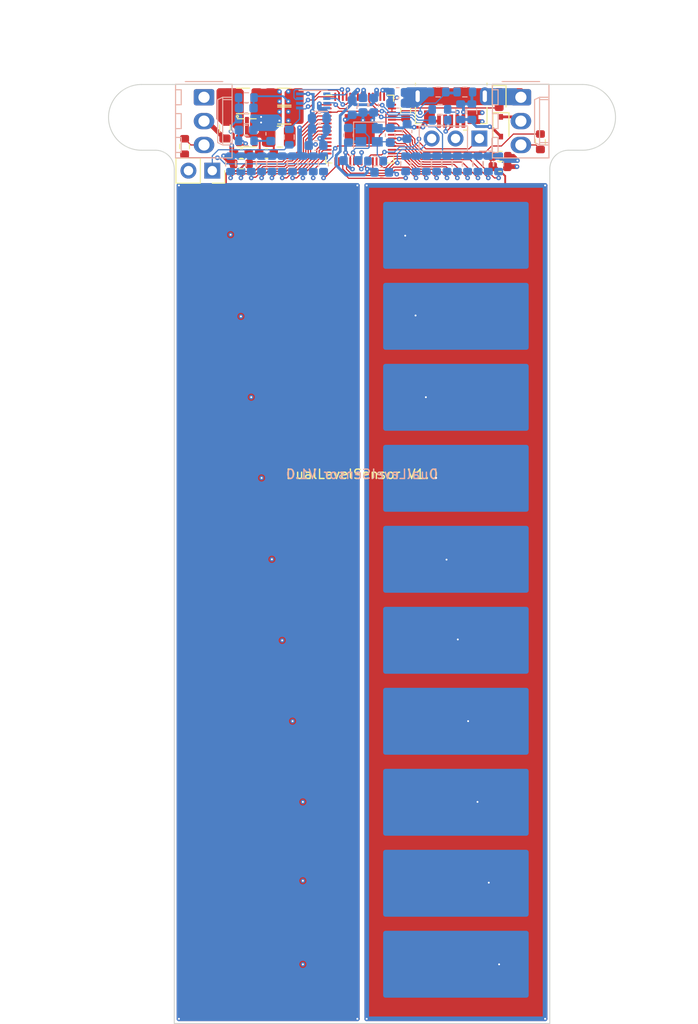
<source format=kicad_pcb>
(kicad_pcb (version 20211014) (generator pcbnew)
  (layers (0 "F.Cu" signal) (1 "In1.Cu" signal) (2 "In2.Cu" signal) (31 "B.Cu" signal) (34 "B.Paste" user) (35 "F.Paste" user) (36 "B.SilkS" user "B.Silkscreen") (37 "F.SilkS" user "F.Silkscreen") (38 "B.Mask" user) (39 "F.Mask" user) (44 "Edge.Cuts" user))
  (net 0 "")
  (net 1 "/XIN")
  (net 2 "GND")
  (net 3 "Net-(C2-Pad1)")
  (net 4 "+3V3")
  (net 5 "/+aktShield")
  (net 6 "/-aktShield")
  (net 7 "+24V")
  (net 8 "Net-(C7-Pad2)")
  (net 9 "Net-(C8-Pad1)")
  (net 10 "Net-(C8-Pad2)")
  (net 11 "+1V1")
  (net 12 "Net-(C11-Pad2)")
  (net 13 "Net-(C14-Pad1)")
  (net 14 "VBUS")
  (net 15 "Net-(D2-Pad2)")
  (net 16 "Net-(J1-Pad2)")
  (net 17 "Net-(J1-Pad3)")
  (net 19 "Net-(J2-Pad1)")
  (net 20 "Net-(J2-Pad3)")
  (net 21 "Net-(J3-Pad3)")
  (net 22 "Net-(J4-Pad3)")
  (net 23 "/+sens1")
  (net 24 "/+sens2")
  (net 25 "/+sens3")
  (net 26 "/+sens4")
  (net 27 "/+sens5")
  (net 28 "/+sens6")
  (net 29 "/+sens7")
  (net 30 "/+sens8")
  (net 31 "/+sens9")
  (net 32 "/+sens10")
  (net 33 "/-sens1")
  (net 34 "/-sens2")
  (net 35 "/-sens3")
  (net 36 "/-sens4")
  (net 37 "/-sens5")
  (net 38 "/-sens6")
  (net 39 "/-sens7")
  (net 40 "/-sens8")
  (net 41 "/-sens9")
  (net 42 "/-sens10")
  (net 43 "/XOUT")
  (net 44 "Net-(R2-Pad2)")
  (net 45 "Net-(R3-Pad2)")
  (net 46 "/QSPI_CS")
  (net 47 "Net-(D1-Pad2)")
  (net 48 "/+exc")
  (net 49 "/-exc")
  (net 50 "Net-(R7-Pad1)")
  (net 51 "Net-(R10-Pad1)")
  (net 52 "/UART1")
  (net 53 "/UART0")
  (net 54 "/QSPI_D1")
  (net 55 "/QSPI_D2")
  (net 56 "/QSPI_D0")
  (net 57 "/QSPI_CLK")
  (net 58 "/QSPI_D3")
  (net 61 "Net-(J5-Pad1)")
  (net 62 "Net-(C6-Pad2)")
  (footprint "Resistor_SMD:R_0603_1608Metric" (layer "F.Cu") (at 82.15 38.45 180)
    (fp_text reference "R5" hide)
    (fp_text value "1k" hide)
  )
  (footprint "Inductor_SMD:L_1008_2520Metric" (layer "F.Cu") (at 86.225 35.55)
    (fp_text reference "L1" hide)
    (fp_text value "4.7u" hide)
  )
  (footprint "Connector_USB:USB_Micro-B_GCT_USB3076-30-A" (layer "F.Cu") (at 104.5 32.45 180)
    (fp_text reference "J1" hide)
    (fp_text value "USB_B_Micro" hide)
  )
  (footprint "Capacitor_SMD:C_0603_1608Metric" (layer "F.Cu") (at 109.7 38.75)
    (fp_text reference "C5" hide)
    (fp_text value "100n" hide)
  )
  (footprint "Connector_PinSocket_2.54mm:PinSocket_1x02_P2.54mm_Vertical" (layer "F.Cu") (at 79.05 39.175 -90)
    (fp_text reference "J5" hide)
    (fp_text value "Conn_01x02" hide)
  )
  (footprint "Bergi:dummyPad" (layer "F.Cu") (at 85 115.063)
    (fp_text reference "K11" hide)
    (fp_text value "capPad" hide)
  )
  (footprint "Inductor_SMD:L_0805_2012Metric" (layer "F.Cu") (at 80.4 34.7 -90)
    (fp_text reference "L2" hide)
    (fp_text value "1µ" hide)
  )
  (footprint "Bergi:dummyPad" (layer "F.Cu") (at 85 63.313)
    (fp_text reference "K5" hide)
    (fp_text value "capPad" hide)
  )
  (footprint "Bergi:dummyPad" (layer "F.Cu") (at 97.5 43.25)
    (fp_text reference "K2" hide)
    (fp_text value "capPad" hide)
  )
  (footprint "Package_DFN_QFN:QFN-56-1EP_7x7mm_P0.4mm_EP3.2x3.2mm" (layer "F.Cu") (at 94.75 34.75)
    (fp_text reference "U2" hide)
    (fp_text value "RP2040" hide)
  )
  (footprint "Capacitor_SMD:C_0603_1608Metric" (layer "F.Cu") (at 84.825 37.35 180)
    (fp_text reference "C8" hide)
    (fp_text value "100n" hide)
  )
  (footprint "Bergi:V-DFN3020-13" (layer "F.Cu") (at 82.725 35.15)
    (fp_text reference "U3" hide)
    (fp_text value "AP63357Q" hide)
  )
  (footprint "Resistor_SMD:R_0603_1608Metric" (layer "F.Cu") (at 114 36.1 90)
    (fp_text reference "R33" hide)
    (fp_text value "1k" hide)
  )
  (footprint "Bergi:dummyPad" (layer "F.Cu") (at 85 46.063)
    (fp_text reference "K3" hide)
    (fp_text value "capPad" hide)
  )
  (footprint "Bergi:dummyPad" (layer "F.Cu") (at 85 80.563)
    (fp_text reference "K7" hide)
    (fp_text value "capPad" hide)
  )
  (footprint "Diode_SMD:D_SOD-323" (layer "F.Cu") (at 109.8 34.5 -90)
    (fp_text reference "D1" hide)
    (fp_text value "BAT54W" hide)
  )
  (footprint "Bergi:dummyPad" (layer "F.Cu") (at 85 97.813)
    (fp_text reference "K9" hide)
    (fp_text value "capPad" hide)
  )
  (footprint "MountingHole:MountingHole_3.2mm_M3_DIN965" (layer "F.Cu") (at 71.5 33.5)
    (fp_text reference "H2" hide)
    (fp_text value "MountingHole" hide)
  )
  (footprint "Capacitor_SMD:C_1206_3216Metric" (layer "F.Cu") (at 86.725 33.3)
    (fp_text reference "C18" hide)
    (fp_text value "22µ" hide)
  )
  (footprint "Bergi:dummyPad" (layer "F.Cu") (at 85 89.188)
    (fp_text reference "K8" hide)
    (fp_text value "capPad" hide)
  )
  (footprint "Bergi:dummyPad" (layer "F.Cu") (at 85 54.688)
    (fp_text reference "K4" hide)
    (fp_text value "capPad" hide)
  )
  (footprint "MountingHole:MountingHole_3.2mm_M3_DIN965" (layer "F.Cu") (at 118.5 33.5)
    (fp_text reference "H1" hide)
    (fp_text value "MountingHole" hide)
  )
  (footprint "Resistor_SMD:R_0603_1608Metric" (layer "F.Cu") (at 109.7 37.65)
    (fp_text reference "R6" hide)
    (fp_text value "1k" hide)
  )
  (footprint "Capacitor_SMD:C_0603_1608Metric" (layer "F.Cu") (at 82.15 37.35 180)
    (fp_text reference "C4" hide)
    (fp_text value "100n" hide)
  )
  (footprint "Resistor_SMD:R_0603_1608Metric" (layer "F.Cu") (at 76.1 36.6 -90)
    (fp_text reference "R34" hide)
    (fp_text value "1k" hide)
  )
  (footprint "Bergi:dummyPad" (layer "F.Cu") (at 85 71.938)
    (fp_text reference "K6" hide)
    (fp_text value "capPad" hide)
  )
  (footprint "Capacitor_SMD:C_1206_3216Metric" (layer "F.Cu") (at 86.725 31.3)
    (fp_text reference "C20" hide)
    (fp_text value "22µ" hide)
  )
  (footprint "Capacitor_SMD:C_1210_3225Metric" (layer "F.Cu") (at 82.325 31.75 180)
    (fp_text reference "C6" hide)
    (fp_text value "10µ" hide)
  )
  (footprint "LED_SMD:LED_0603_1608Metric" (layer "F.Cu") (at 109.6 31.6 -90)
    (fp_text reference "D2" hide)
    (fp_text value "Green" hide)
  )
  (footprint "Resistor_SMD:R_0603_1608Metric" (layer "F.Cu") (at 99.65 32.75 90)
    (fp_text reference "R7" hide)
    (fp_text value "470R" hide)
  )
  (footprint "Bergi:dummyPad" (layer "F.Cu") (at 85 106.438)
    (fp_text reference "K10" hide)
    (fp_text value "capPad" hide)
  )
  (footprint "Bergi:dummyPad" (layer "F.Cu") (at 85 123.688)
    (fp_text reference "K12" hide)
    (fp_text value "capPad" hide)
  )
  (footprint "Resistor_SMD:R_0603_1608Metric" (layer "B.Cu") (at 85.4 38.45 90)
    (fp_text reference "R14" hide)
    (fp_text value "100k" hide)
  )
  (footprint "Resistor_SMD:R_0603_1608Metric" (layer "B.Cu") (at 107.35 38.45 90)
    (fp_text reference "R27" hide)
    (fp_text value "100k" hide)
  )
  (footprint "Bergi:dummyPad" (layer "B.Cu") (at 105 106.438)
    (fp_text reference "K20" hide)
    (fp_text value "capPad" hide)
  )
  (footprint "Resistor_SMD:R_0603_1608Metric" (layer "B.Cu") (at 106.7 32.9 -90)
    (fp_text reference "R35" hide)
    (fp_text value "10R" hide)
  )
  (footprint "Capacitor_SMD:C_0603_1608Metric" (layer "B.Cu") (at 95.1 32.2 -90)
    (fp_text reference "C21" hide)
    (fp_text value "100nF" hide)
  )
  (footprint "Resistor_SMD:R_0603_1608Metric" (layer "B.Cu") (at 101.85 38.45 90)
    (fp_text reference "R22" hide)
    (fp_text value "100k" hide)
  )
  (footprint "Resistor_SMD:R_0603_1608Metric" (layer "B.Cu") (at 102.95 38.45 90)
    (fp_text reference "R23" hide)
    (fp_text value "100k" hide)
  )
  (footprint "Bergi:dummyPad" (layer "B.Cu") (at 105 89.188)
    (fp_text reference "K18" hide)
    (fp_text value "capPad" hide)
  )
  (footprint "Bergi:dummyPad" (layer "B.Cu") (at 105 46.063)
    (fp_text reference "K13" hide)
    (fp_text value "capPad" hide)
  )
  (footprint "Bergi:dummyPad" (layer "B.Cu") (at 77 42.75 180)
    (fp_text reference "K1" hide)
    (fp_text value "capPad" hide)
  )
  (footprint "Crystal:Crystal_SMD_2520-4Pin_2.5x2.0mm" (layer "B.Cu") (at 95.75 35.4)
    (fp_text reference "Y1" hide)
    (fp_text value "12Mhz" hide)
  )
  (footprint "Capacitor_SMD:C_0603_1608Metric" (layer "B.Cu") (at 90.45 33.6 180)
    (fp_text reference "C3" hide)
    (fp_text value "100nF" hide)
  )
  (footprint "Resistor_SMD:R_0603_1608Metric" (layer "B.Cu") (at 82.1 38.45 90)
    (fp_text reference "R11" hide)
    (fp_text value "100k" hide)
  )
  (footprint "Capacitor_SMD:C_0603_1608Metric" (layer "B.Cu") (at 85.275 35.25 -90)
    (fp_text reference "C7" hide)
    (fp_text value "3.3n" hide)
  )
  (footprint "Capacitor_SMD:C_0603_1608Metric" (layer "B.Cu") (at 96.25 32.2 -90)
    (fp_text reference "C13" hide)
    (fp_text value "1µF" hide)
  )
  (footprint "Resistor_SMD:R_0603_1608Metric" (layer "B.Cu") (at 105.15 38.45 90)
    (fp_text reference "R25" hide)
    (fp_text value "100k" hide)
  )
  (footprint "Capacitor_SMD:C_0603_1608Metric" (layer "B.Cu") (at 98.8 30.85)
    (fp_text reference "C17" hide)
    (fp_text value "1µF" hide)
  )
  (footprint "Resistor_SMD:R_0603_1608Metric" (layer "B.Cu") (at 82.675 33.65)
    (fp_text reference "R32" hide)
    (fp_text value "30k" hide)
  )
  (footprint "Capacitor_SMD:C_0603_1608Metric" (layer "B.Cu") (at 82.65 34.85 180)
    (fp_text reference "C11" hide)
    (fp_text value "DNP" hide)
  )
  (footprint "Capacitor_SMD:C_0603_1608Metric" (layer "B.Cu") (at 98 35.4 90)
    (fp_text reference "C2" hide)
    (fp_text value "12p" hide)
  )
  (footprint "Resistor_SMD:R_0603_1608Metric" (layer "B.Cu") (at 106.25 38.45 90)
    (fp_text reference "R26" hide)
    (fp_text value "100k" hide)
  )
  (footprint "Resistor_SMD:R_0603_1608Metric" (layer "B.Cu") (at 103.1 30.8 180)
    (fp_text reference "R10" hide)
    (fp_text value "10k" hide)
  )
  (footprint "Bergi:dummyPad" (layer "B.Cu") (at 105 80.563)
    (fp_text reference "K17" hide)
    (fp_text value "capPad" hide)
  )
  (footprint "Capacitor_SMD:C_0603_1608Metric" (layer "B.Cu") (at 82.675 32.5)
    (fp_text reference "C14" hide)
    (fp_text value "DNP" hide)
  )
  (footprint "Resistor_SMD:R_0603_1608Metric" (layer "B.Cu") (at 89.8 38.45 90)
    (fp_text reference "R18" hide)
    (fp_text value "100k" hide)
  )
  (footprint "Resistor_SMD:R_0603_1608Metric" (layer "B.Cu") (at 88.7 38.45 90)
    (fp_text reference "R17" hide)
    (fp_text value "100k" hide)
  )
  (footprint "Resistor_SMD:R_0603_1608Metric" (layer "B.Cu") (at 109.55 38.45 90)
    (fp_text reference "R29" hide)
    (fp_text value "100k" hide)
  )
  (footprint "Resistor_SMD:R_0603_1608Metric" (layer "B.Cu") (at 83.2 38.45 90)
    (fp_text reference "R12" hide)
    (fp_text value "100k" hide)
  )
  (footprint "Resistor_SMD:R_0603_1608Metric" (layer "B.Cu") (at 105.5 32.9 -90)
    (fp_text reference "R36" hide)
    (fp_text value "10R" hide)
  )
  (footprint "Bergi:dummyPad" (layer "B.Cu") (at 105 115.063)
    (fp_text reference "K21" hide)
    (fp_text value "capPad" hide)
  )
  (footprint "Resistor_SMD:R_0603_1608Metric" (layer "B.Cu") (at 82.675 31.4 180)
    (fp_text reference "R31" hide)
    (fp_text value "91k" hide)
  )
  (footprint "Resistor_SMD:R_0603_1608Metric" (layer "B.Cu") (at 103.3 33.8 180)
    (fp_text reference "R2" hide)
    (fp_text value "27" hide)
  )
  (footprint "Bergi:dummyPad" (layer "B.Cu") (at 105 63.313)
    (fp_text reference "K15" hide)
    (fp_text value "capPad" hide)
  )
  (footprint "Capacitor_SMD:C_0603_1608Metric" (layer "B.Cu") (at 97.1 39.35)
    (fp_text reference "C10" hide)
    (fp_text value "100nF" hide)
  )
  (footprint "Resistor_SMD:R_0603_1608Metric" (layer "B.Cu") (at 100.75 38.45 90)
    (fp_text reference "R21" hide)
    (fp_text value "100k" hide)
  )
  (footprint "Resistor_SMD:R_0603_1608Metric" (layer "B.Cu") (at 96.45 38.15)
    (fp_text reference "R1" hide)
    (fp_text value "1k" hide)
  )
  (footprint "Connector_Molex:Molex_KK-254_AE-6410-03A_1x03_P2.54mm_Vertical" (layer "B.Cu") (at 111.92 31.36 -90)
    (fp_text reference "J3" hide)
    (fp_text value "Conn_01x03" hide)
  )
  (footprint "Resistor_SMD:R_0603_1608Metric" (layer "B.Cu") (at 103.3 32.65 180)
    (fp_text reference "R3" hide)
    (fp_text value "27" hide)
  )
  (footprint "Bergi:DFN-8-1EP_3x2mm_P0.5mm_EP0.3x1.6mm" (layer "B.Cu") (at 89.8 31.75)
    (fp_text reference "U1" hide)
    (fp_text value "W25Q16JVUXIQ" hide)
  )
  (footprint "Resistor_SMD:R_0603_1608Metric" (layer "B.Cu") (at 105.95 30.8 180)
    (fp_text reference "R9" hide)
    (fp_text value "5.6k" hide)
  )
  (footprint "Resistor_SMD:R_0603_1608Metric" (layer "B.Cu") (at 81 38.45 90)
    (fp_text reference "R8" hide)
    (fp_text value "100k" hide)
  )
  (footprint "Connector_PinHeader_2.54mm:PinHeader_1x03_P2.54mm_Vertical" (layer "B.Cu") (at 107.5 35.75 90)
    (fp_text reference "J2" hide)
    (fp_text value "Conn_01x03" hide)
  )
  (footprint "Resistor_SMD:R_0603_1608Metric" (layer "B.Cu") (at 104.05 38.45 90)
    (fp_text reference "R24" hide)
    (fp_text value "100k" hide)
  )
  (footprint "Bergi:dummyPad" (layer "B.Cu") (at 105 97.813)
    (fp_text reference "K19" hide)
    (fp_text value "capPad" hide)
  )
  (footprint "Resistor_SMD:R_0603_1608Metric" (layer "B.Cu") (at 87.25 35.6 -90)
    (fp_text reference "R4" hide)
    (fp_text value "1k" hide)
  )
  (footprint "Capacitor_SMD:C_0603_1608Metric" (layer "B.Cu") (at 90.1 36.5 180)
    (fp_text reference "C12" hide)
    (fp_text value "100nF" hide)
  )
  (footprint "Bergi:dummyPad" (layer "B.Cu") (at 105 54.688)
    (fp_text reference "K14" hide)
    (fp_text value "capPad" hide)
  )
  (footprint "Bergi:dummyPad" (layer "B.Cu") (at 105 71.938)
    (fp_text reference "K16" hide)
    (fp_text value "capPad" hide)
  )
  (footprint "Bergi:dummyPad" (layer "B.Cu") (at 105 123.688)
    (fp_text reference "K22" hide)
    (fp_text value "capPad" hide)
  )
  (footprint "Resistor_SMD:R_0603_1608Metric" (layer "B.Cu") (at 99.65 38.45 90)
    (fp_text reference "R20" hide)
    (fp_text value "100k" hide)
  )
  (footprint "Connector_Molex:Molex_KK-254_AE-6410-03A_1x03_P2.54mm_Vertical" (layer "B.Cu") (at 78.17 31.36 -90)
    (fp_text reference "J4" hide)
    (fp_text value "Conn_01x03" hide)
  )
  (footprint "Resistor_SMD:R_0603_1608Metric" (layer "B.Cu") (at 108.45 38.45 90)
    (fp_text reference "R28" hide)
    (fp_text value "100k" hide)
  )
  (footprint "Capacitor_SMD:C_0603_1608Metric" (layer "B.Cu") (at 98.8 32)
    (fp_text reference "C19" hide)
    (fp_text value "100nF" hide)
  )
  (footprint "Resistor_SMD:R_0603_1608Metric" (layer "B.Cu") (at 84.3 38.45 90)
    (fp_text reference "R13" hide)
    (fp_text value "100k" hide)
  )
  (footprint "Resistor_SMD:R_0603_1608Metric" (layer "B.Cu") (at 87.6 38.45 90)
    (fp_text reference "R16" hide)
    (fp_text value "100k" hide)
  )
  (footprint "Capacitor_SMD:C_0603_1608Metric" (layer "B.Cu") (at 93.95 32.45 -90)
    (fp_text reference "C16" hide)
    (fp_text value "100nF" hide)
  )
  (footprint "Capacitor_SMD:C_0603_1608Metric" (layer "B.Cu") (at 93.55 35.4 -90)
    (fp_text reference "C1" hide)
    (fp_text value "12p" hide)
  )
  (footprint "Resistor_SMD:R_0603_1608Metric" (layer "B.Cu") (at 86.5 38.45 90)
    (fp_text reference "R15" hide)
    (fp_text value "100k" hide)
  )
  (footprint "Resistor_SMD:R_0603_1608Metric" (layer "B.Cu") (at 82.675 36)
    (fp_text reference "R30" hide)
    (fp_text value "27k" hide)
  )
  (footprint "Capacitor_SMD:C_0603_1608Metric" (layer "B.Cu") (at 99.8 35 90)
    (fp_text reference "C15" hide)
    (fp_text value "100nF" hide)
  )
  (footprint "Capacitor_SMD:C_0603_1608Metric" (layer "B.Cu") (at 93.8 38.1 180)
    (fp_text reference "C9" hide)
    (fp_text value "100nF" hide)
  )
  (footprint "Resistor_SMD:R_0603_1608Metric" (layer "B.Cu") (at 90.9 38.45 90)
    (fp_text reference "R19" hide)
    (fp_text value "100k" hide)
  )
  (footprint "Capacitor_SMD:C_0603_1608Metric" (layer "B.Cu") (at 90.45 34.75 180)
    (fp_text reference "C23" hide)
    (fp_text value "100nF" hide)
  )
  (gr_line (start 115 39) (end 115 130) (layer "Edge.Cuts") (width 0.1))
  (gr_line (start 71.5 30) (end 118.5 30) (layer "Edge.Cuts") (width 0.1))
  (gr_line (start 71.5 37) (end 73 37) (layer "Edge.Cuts") (width 0.1))
  (gr_arc (start 71.5 37) (mid 68 33.5) (end 71.5 30) (layer "Edge.Cuts") (width 0.1))
  (gr_arc (start 118.5 30) (mid 122 33.5) (end 118.5 37) (layer "Edge.Cuts") (width 0.1))
  (gr_arc (start 73 37) (mid 74.414214 37.585786) (end 75 39) (layer "Edge.Cuts") (width 0.1))
  (gr_line (start 75 130) (end 115 130) (layer "Edge.Cuts") (width 0.1))
  (gr_line (start 118.5 37) (end 117 37) (layer "Edge.Cuts") (width 0.1))
  (gr_arc (start 115 39) (mid 115.585786 37.585786) (end 117 37) (layer "Edge.Cuts") (width 0.1))
  (gr_line (start 75 39) (end 75 130) (layer "Edge.Cuts") (width 0.1))
  (gr_text "DualLevelSensor V1.0" (at 95 71.5) (layer "B.SilkS") (effects (font (size 1 1)) (justify mirror)))
  (gr_text "DualLevelSensor V1.0" (at 95 71.5) (layer "F.SilkS") (effects (font (size 1 1))))
  (segment (start 94.05 37.25) (end 94.15 37.35) (width 0.127) (layer "F.Cu") (net 1))
  (segment (start 94.15 37.35) (end 94.15 38.1875) (width 0.127) (layer "F.Cu") (net 1))
  (via (at 94.05 37.25) (size 0.5) (drill 0.2) (layers "F.Cu" "B.Cu") (net 1))
  (segment (start 94.05 37.25) (end 94.05 37.05) (width 0.127) (layer "B.Cu") (net 1))
  (segment (start 95.65 36.8) (end 95.75 36.7) (width 0.127) (layer "B.Cu") (net 1))
  (segment (start 95.75 36.7) (end 95.75 35.575) (width 0.127) (layer "B.Cu") (net 1))
  (segment (start 94.3 36.8) (end 95.65 36.8) (width 0.127) (layer "B.Cu") (net 1))
  (segment (start 94.875 34.7) (end 93.625 34.7) (width 0.127) (layer "B.Cu") (net 1))
  (segment (start 94.05 37.05) (end 94.3 36.8) (width 0.127) (layer "B.Cu") (net 1))
  (segment (start 95.75 35.575) (end 94.875 34.7) (width 0.127) (layer "B.Cu") (net 1))
  (segment (start 93.625 34.7) (end 93.55 34.625) (width 0.127) (layer "B.Cu") (net 1))
  (segment (start 81.123571 37.098571) (end 81.375 37.35) (width 0.5) (layer "F.Cu") (net 2))
  (segment (start 86.2 32.9) (end 86.2 31.8) (width 0.127) (layer "F.Cu") (net 2))
  (segment (start 93.25 37.25) (end 93.327038 37.25) (width 0.127) (layer "F.Cu") (net 2))
  (segment (start 110.475 38.75) (end 111.5 38.75) (width 0.5) (layer "F.Cu") (net 2))
  (segment (start 101.488873 34.171127) (end 102.18 33.48) (width 0.3) (layer "F.Cu") (net 2))
  (segment (start 105.625 31.25) (end 108.075 31.25) (width 0.3) (layer "F.Cu") (net 2))
  (segment (start 81.123571 36.51) (end 81.123571 37.098571) (width 0.5) (layer "F.Cu") (net 2))
  (segment (start 84.25 34.05) (end 84.25 33.45) (width 0.127) (layer "F.Cu") (net 2))
  (segment (start 101.478873 34.55) (end 101.488873 34.54) (width 0.3) (layer "F.Cu") (net 2))
  (segment (start 93.75 37.672962) (end 93.75 38.1875) (width 0.127) (layer "F.Cu") (net 2))
  (segment (start 107.3 33) (end 107.55 33) (width 0.5) (layer "F.Cu") (net 2))
  (segment (start 93.75 38.769873) (end 93.986127 39.006) (width 0.127) (layer "F.Cu") (net 2))
  (segment (start 106.82 33.48) (end 107.29 33.95) (width 0.5) (layer "F.Cu") (net 2))
  (segment (start 109.6 30.8125) (end 108.5125 30.8125) (width 0.3) (layer "F.Cu") (net 2))
  (segment (start 85.25 33.3) (end 85.65 33.3) (width 0.127) (layer "F.Cu") (net 2))
  (segment (start 107.55 33) (end 107.8 33) (width 0.5) (layer "F.Cu") (net 2))
  (segment (start 103.2 33.9) (end 102.6 33.9) (width 0.3) (layer "F.Cu") (net 2))
  (segment (start 101.488873 34.54) (end 101.488873 34.171127) (width 0.3) (layer "F.Cu") (net 2))
  (segment (start 108.5125 30.8125) (end 108.075 31.25) (width 0.3) (layer "F.Cu") (net 2))
  (segment (start 106.82 33.48) (end 107.3 33) (width 0.5) (layer "F.Cu") (net 2))
  (segment (start 93.75 38.1875) (end 93.75 38.769873) (width 0.127) (layer "F.Cu") (net 2))
  (segment (start 105.625 31.25) (end 103.375 31.25) (width 0.3) (layer "F.Cu") (net 2))
  (segment (start 107.29 33.95) (end 107.8 33.95) (width 0.5) (layer "F.Cu") (net 2))
  (segment (start 102.6 33.9) (end 102.18 33.48) (width 0.3) (layer "F.Cu") (net 2))
  (segment (start 93.327038 37.25) (end 93.75 37.672962) (width 0.127) (layer "F.Cu") (net 2))
  (segment (start 85.65 33.3) (end 86.2 33.85) (width 0.127) (layer "F.Cu") (net 2))
  (segment (start 103.375 31.25) (end 100.925 31.25) (width 0.3) (layer "F.Cu") (net 2))
  (segment (start 100.55 34.55) (end 101.478873 34.55) (width 0.3) (layer "F.Cu") (net 2))
  (via (at 93.2 33.75) (size 0.5) (drill 0.2) (layers "F.Cu" "B.Cu") (net 2))
  (via (at 86.2 30.75) (size 0.5) (drill 0.2) (layers "F.Cu" "B.Cu") (net 2))
  (via (at 98.7 39.55) (size 0.5) (drill 0.2) (layers "F.Cu" "B.Cu") (net 2))
  (via (at 100.55 34.55) (size 0.5) (drill 0.2) (layers "F.Cu" "B.Cu") (net 2))
  (via (at 86.2 32.9) (size 0.5) (drill 0.2) (layers "F.Cu" "B.Cu") (net 2))
  (via (at 95.1 33.8) (size 0.5) (drill 0.2) (layers "F.Cu" "B.Cu") (net 2))
  (via (at 81.123571 36.51) (size 0.5) (drill 0.2) (layers "F.Cu" "B.Cu") (net 2))
  (via (at 89.7 32.85) (size 0.5) (drill 0.2) (layers "F.Cu" "B.Cu") (net 2))
  (via (at 111.5 38.75) (size 0.5) (drill 0.2) (layers "F.Cu" "B.Cu") (net 2))
  (via (at 89.25 31) (size 0.5) (drill 0.2) (layers "F.Cu" "B.Cu") (net 2))
  (via (at 107.8 33) (size 0.5) (drill 0.2) (layers "F.Cu" "B.Cu") (net 2))
  (via (at 86.2 31.8) (size 0.5) (drill 0.2) (layers "F.Cu" "B.Cu") (net 2))
  (via (at 84.25 33.45) (size 0.5) (drill 0.2) (layers "F.Cu" "B.Cu") (net 2))
  (via (at 101.488873 34.54) (size 0.5) (drill 0.2) (layers "F.Cu" "B.Cu") (net 2))
  (via (at 107.8 33.95) (size 0.5) (drill 0.2) (layers "F.Cu" "B.Cu") (net 2))
  (via (at 93.986127 39.006) (size 0.5) (drill 0.2) (layers "F.Cu" "B.Cu") (net 2))
  (via (at 93.25 37.25) (size 0.5) (drill 0.2) (layers "F.Cu" "B.Cu") (net 2))
  (via (at 96.1 33.8) (size 0.5) (drill 0.2) (layers "F.Cu" "B.Cu") (net 2))
  (via (at 84.25 34.05) (size 0.5) (drill 0.2) (layers "F.Cu" "B.Cu") (net 2))
  (via (at 90.0485 36.381314) (size 0.5) (drill 0.2) (layers "F.Cu" "B.Cu") (net 2))
  (via (at 86.2 33.85) (size 0.5) (drill 0.2) (layers "F.Cu" "B.Cu") (net 2))
  (segment (start 102.275 30.9) (end 101.275 30.9) (width 0.3) (layer "B.Cu") (net 2))
  (segment (start 89.25 31) (end 89.6 31) (width 0.2) (layer "B.Cu") (net 2))
  (segment (start 93.25 37.25) (end 93.25 36.475) (width 0.3) (layer "B.Cu") (net 2))
  (segment (start 93.25 36.475) (end 93.55 36.175) (width 0.3) (layer "B.Cu") (net 2))
  (segment (start 93.25 37.975) (end 93.025 38.2) (width 0.3) (layer "B.Cu") (net 2))
  (segment (start 96.625 34.325) (end 96.625 34.7) (width 0.3) (layer "B.Cu") (net 2))
  (segment (start 89.6 31) (end 89.8 31.2) (width 0.2) (layer "B.Cu") (net 2))
  (segment (start 89.475 36.5) (end 89.475 34.95) (width 0.5) (layer "B.Cu") (net 2))
  (segment (start 93.831 39.006) (end 93.025 38.2) (width 0.3) (layer "B.Cu") (net 2))
  (segment (start 94.85 33.225) (end 95.1 32.975) (width 0.3) (layer "B.Cu") (net 2))
  (segment (start 89.8 31.75) (end 89.8 32.75) (width 0.2) (layer "B.Cu") (net 2))
  (segment (start 100.175 32) (end 100.925 31.25) (width 0.3) (layer "B.Cu") (net 2))
  (segment (start 89.8 32.75) (end 89.7 32.85) (width 0.2) (layer "B.Cu") (net 2))
  (segment (start 99.575 32) (end 100.175 32) (width 0.3) (layer "B.Cu") (net 2))
  (segment (start 95.1 33.8) (end 95.1 32.975) (width 0.3) (layer "B.Cu") (net 2))
  (segment (start 93.625 36.1) (end 93.55 36.175) (width 0.3) (layer "B.Cu") (net 2))
  (segment (start 100.125 34.55) (end 99.8 34.225) (width 0.3) (layer "B.Cu") (net 2))
  (segment (start 101.275 30.9) (end 100.925 31.25) (width 0.3) (layer "B.Cu") (net 2))
  (segment (start 89.443686 36.381314) (end 90.0485 36.381314) (width 0.2) (layer "B.Cu") (net 2))
  (segment (start 93.95 33.225) (end 94.85 33.225) (width 0.3) (layer "B.Cu") (net 2))
  (segment (start 96.625 34.7) (end 97.925 34.7) (width 0.3) (layer "B.Cu") (net 2))
  (segment (start 93.2 33.75) (end 93.425 33.75) (width 0.3) (layer "B.Cu") (net 2))
  (segment (start 93.986127 39.006) (end 93.831 39.006) (width 0.3) (layer "B.Cu") (net 2))
  (segment (start 89.325 36.5) (end 89.443686 36.381314) (width 0.2) (layer "B.Cu") (net 2))
  (segment (start 99.575 30.85) (end 99.575 32) (width 0.3) (layer "B.Cu") (net 2))
  (segment (start 96.25 33.65) (end 96.25 32.975) (width 0.3) (layer "B.Cu") (net 2))
  (segment (start 99.4 34.625) (end 99.8 34.225) (width 0.3) (layer "B.Cu") (net 2))
  (segment (start 89.8 31.2) (end 89.8 31.75) (width 0.2) (layer "B.Cu") (net 2))
  (segment (start 89.7 32.85) (end 89.7 34.725) (width 0.5) (layer "B.Cu") (net 2))
  (segment (start 95.1 32.975) (end 96.25 32.975) (width 0.3) (layer "B.Cu") (net 2))
  (segment (start 88.35 31) (end 89.25 31) (width 0.2) (layer "B.Cu") (net 2))
  (segment (start 83.5 33.65) (end 83.85 33.65) (width 0.127) (layer "B.Cu") (net 2))
  (segment (start 89.475 34.95) (end 89.675 34.75) (width 0.5) (layer "B.Cu") (net 2))
  (segment (start 96.1 33.8) (end 96.625 34.325) (width 0.3) (layer "B.Cu") (net 2))
  (segment (start 97.925 34.7) (end 98 34.625) (width 0.3) (layer "B.Cu") (net 2))
  (segment (start 83.85 33.65) (end 84.25 34.05) (width 0.127) (layer "B.Cu") (net 2))
  (segment (start 98.5 39.35) (end 98.7 39.55) (width 0.2) (layer "B.Cu") (net 2))
  (segment (start 93.425 33.75) (end 93.95 33.225) (width 0.3) (layer "B.Cu") (net 2))
  (segment (start 96.1 33.8) (end 96.25 33.65) (width 0.3) (layer "B.Cu") (net 2))
  (segment (start 89.7 34.725) (end 89.675 34.75) (width 0.5) (layer "B.Cu") (net 2))
  (segment (start 98 34.625) (end 99.4 34.625) (width 0.3) (layer "B.Cu") (net 2))
  (segment (start 94.875 36.1) (end 93.625 36.1) (width 0.3) (layer "B.Cu") (net 2))
  (segment (start 97.875 39.35) (end 98.5 39.35) (width 0.2) (layer "B.Cu") (net 2))
  (segment (start 100.55 34.55) (end 100.125 34.55) (width 0.3) (layer "B.Cu") (net 2))
  (segment (start 93.25 37.25) (end 93.25 37.975) (width 0.3) (layer "B.Cu") (net 2))
  (segment (start 96.625 36.1) (end 97.925 36.1) (width 0.127) (layer "B.Cu") (net 3))
  (segment (start 97.275 38.15) (end 96.625 37.5) (width 0.127) (layer "B.Cu") (net 3))
  (segment (start 97.925 36.1) (end 98 36.175) (width 0.127) (layer "B.Cu") (net 3))
  (segment (start 96.625 37.5) (end 96.625 36.1) (width 0.127) (layer "B.Cu") (net 3))
  (segment (start 95.35 30.785018) (end 95.35 31.3125) (width 0.127) (layer "F.Cu") (net 4))
  (segment (start 97.35 30.75) (end 97.35 31.3125) (width 0.127) (layer "F.Cu") (net 4))
  (segment (start 90.55 32.15) (end 91.3125 32.15) (width 0.127) (layer "F.Cu") (net 4))
  (segment (start 96.95 30.85) (end 96.95 31.3125) (width 0.127) (layer "F.Cu") (net 4))
  (segment (start 98.7 31.4) (end 98.1875 31.9125) (width 0.127) (layer "F.Cu") (net 4))
  (segment (start 97.2 30.6) (end 97.35 30.75) (width 0.127) (layer "F.Cu") (net 4))
  (segment (start 90.45 32.05) (end 90.55 32.15) (width 0.127) (layer "F.Cu") (net 4))
  (segment (start 95.167978 30.602996) (end 94.95 30.820974) (width 0.127) (layer "F.Cu") (net 4))
  (segment (start 91.3125 35.75) (end 90.5 35.75) (width 0.127) (layer "F.Cu") (net 4))
  (segment (start 97.2 30.6) (end 96.95 30.85) (width 0.127) (layer "F.Cu") (net 4))
  (segment (start 98.9 35.75) (end 98.1875 35.75) (width 0.127) (layer "F.Cu") (net 4))
  (segment (start 98.95 35.8) (end 98.9 35.75) (width 0.127) (layer "F.Cu") (net 4))
  (segment (start 94.95 37.24) (end 94.95 38.1875) (width 0.127) (layer "F.Cu") (net 4))
  (segment (start 94.95 30.820974) (end 94.95 31.3125) (width 0.127) (layer "F.Cu") (net 4))
  (segment (start 98.1875 31.9125) (end 98.1875 32.15) (width 0.127) (layer "F.Cu") (net 4))
  (segment (start 95.167978 30.602996) (end 95.35 30.785018) (width 0.127) (layer "F.Cu") (net 4))
  (via (at 87.15 30.75) (size 0.5) (drill 0.2) (layers "F.Cu" "B.Cu") (net 4))
  (via (at 98.95 35.8) (size 0.5) (drill 0.2) (layers "F.Cu" "B.Cu") (net 4))
  (via (at 97.2 30.6) (size 0.5) (drill 0.2) (layers "F.Cu" "B.Cu") (net 4))
  (via (at 87.15 32.9) (size 0.5) (drill 0.2) (layers "F.Cu" "B.Cu") (net 4))
  (via (at 98.7 31.4) (size 0.5) (drill 0.2) (layers "F.Cu" "B.Cu") (net 4))
  (via (at 95.167978 30.602996) (size 0.5) (drill 0.2) (layers "F.Cu" "B.Cu") (net 4))
  (via (at 87.15 33.85) (size 0.5) (drill 0.2) (layers "F.Cu" "B.Cu") (net 4))
  (via (at 94.95 37.24) (size 0.5) (drill 0.2) (layers "F.Cu" "B.Cu") (net 4))
  (via (at 87.15 31.8) (size 0.5) (drill 0.2) (layers "F.Cu" "B.Cu") (net 4))
  (via (at 90.5 35.75) (size 0.5) (drill 0.2) (layers "F.Cu" "B.Cu") (net 4))
  (via (at 90.45 32.05) (size 0.5) (drill 0.2) (layers "F.Cu" "B.Cu") (net 4))
  (segment (start 91.225 32.975) (end 91.225 33.6) (width 0.5) (layer "B.Cu") (net 4))
  (segment (start 86.6 31.25) (end 83.65 31.25) (width 0.2) (layer "B.Cu") (net 4))
  (segment (start 98.95 35.8) (end 99.775 35.8) (width 0.3) (layer "B.Cu") (net 4))
  (segment (start 95.168483 31.356517) (end 95.168483 30.602996) (width 0.5) (layer "B.Cu") (net 4))
  (segment (start 99.775 35.8) (end 99.8 35.775) (width 0.3) (layer "B.Cu") (net 4))
  (segment (start 94.95 37.825) (end 94.575 38.2) (width 0.2) (layer "B.Cu") (net 4))
  (segment (start 97.2 30.6) (end 97.775 30.6) (width 0.5) (layer "B.Cu") (net 4))
  (segment (start 90.7 32.75) (end 91 32.75) (width 0.5) (layer "B.Cu") (net 4))
  (segment (start 95.1 31.425) (end 95.168483 31.356517) (width 0.5) (layer "B.Cu") (net 4))
  (segment (start 97.775 30.6) (end 98.025 30.85) (width 0.5) (layer "B.Cu") (net 4))
  (segment (start 90.5 35.75) (end 90.7 35.75) (width 0.5) (layer "B.Cu") (net 4))
  (segment (start 91.225 34.75) (end 91.225 33.6) (width 0.5) (layer "B.Cu") (net 4))
  (segment (start 91.225 35.225) (end 91.225 34.75) (width 0.5) (layer "B.Cu") (net 4))
  (segment (start 91.025 36.5) (end 91.025 36.275) (width 0.5) (layer "B.Cu") (net 4))
  (segment (start 83.65 31.25) (end 83.5 31.4) (width 0.2) (layer "B.Cu") (net 4))
  (segment (start 90.45 32.5) (end 90.7 32.75) (width 0.5) (layer "B.Cu") (net 4))
  (segment (start 83.45 31.45) (end 83.5 31.4) (width 0.2) (layer "B.Cu") (net 4))
  (segment (start 91 32.75) (end 91.225 32.975) (width 0.5) (layer "B.Cu") (net 4))
  (segment (start 87.15 31.8) (end 86.6 31.25) (width 0.2) (layer "B.Cu") (net 4))
  (segment (start 90.7 35.75) (end 91.225 35.225) (width 0.5) (layer "B.Cu") (net 4))
  (segment (start 94.95 37.24) (end 94.95 37.825) (width 0.2) (layer "B.Cu") (net 4))
  (segment (start 91.025 36.275) (end 90.5 35.75) (width 0.5) (layer "B.Cu") (net 4))
  (segment (start 83.45 32.5) (end 83.45 31.45) (width 0.2) (layer "B.Cu") (net 4))
  (segment (start 91.25 32.5) (end 90.45 32.5) (width 0.2) (layer "B.Cu") (net 4))
  (segment (start 91 32.75) (end 91.25 32.5) (width 0.2) (layer "B.Cu") (net 4))
  (segment (start 98.025 32) (end 98.025 30.85) (width 0.5) (layer "B.Cu") (net 4))
  (segment (start 90.45 32.05) (end 90.45 32.5) (width 0.5) (layer "B.Cu") (net 4))
  (segment (start 86.85795 37.896) (end 86.52395 38.23) (width 0.127) (layer "F.Cu") (net 5))
  (segment (start 75.5 129.5) (end 75.5 40.75) (width 0.5) (layer "F.Cu") (net 5))
  (segment (start 86.52395 38.23) (end 83.27 38.23) (width 0.127) (layer "F.Cu") (net 5))
  (segment (start 82.975 38.45) (end 82.55 38.45) (width 0.2) (layer "F.Cu") (net 5))
  (segment (start 88.25 35.4) (end 88.25 37.05) (width 0.127) (layer "F.Cu") (net 5))
  (segment (start 83.27 38.23) (end 83.05 38.45) (width 0.127) (layer "F.Cu") (net 5))
  (segment (start 81.7905 39.2095) (end 80.7905 39.2095) (width 0.2) (layer "F.Cu") (net 5))
  (segment (start 82.55 38.45) (end 81.7905 39.2095) (width 0.2) (layer "F.Cu") (net 5))
  (segment (start 81.5 40.75) (end 94.5 40.75) (width 0.5) (layer "F.Cu") (net 5))
  (segment (start 91.3125 33.35) (end 90.3 33.35) (width 0.127) (layer "F.Cu") (net 5))
  (segment (start 80.7905 39.2095) (end 80.5 39.5) (width 0.2) (layer "F.Cu") (net 5))
  (segment (start 80.5 39.5) (end 80.5 40.75) (width 0.2) (layer "F.Cu") (net 5))
  (segment (start 87.396 37.896) (end 86.85795 37.896) (width 0.127) (layer "F.Cu") (net 5))
  (segment (start 94.5 129.5) (end 94.5 40.75) (width 0.5) (layer "F.Cu") (net 5))
  (segment (start 80.5 40.75) (end 81.5 40.75) (width 0.5) (layer "F.Cu") (net 5))
  (segment (start 94.5 129.5) (end 75.5 129.5) (width 0.5) (layer "F.Cu") (net 5))
  (segment (start 83.075 38.25) (end 83.075 37.2) (width 0.127) (layer "F.Cu") (net 5))
  (segment (start 80.5 40.75) (end 75.5 40.75) (width 0.5) (layer "F.Cu") (net 5))
  (segment (start 87.4 37.9) (end 87.396 37.896) (width 0.127) (layer "F.Cu") (net 5))
  (segment (start 88.25 37.05) (end 87.4 37.9) (width 0.127) (layer "F.Cu") (net 5))
  (segment (start 83.05 38.45) (end 82.975 38.45) (width 0.127) (layer "F.Cu") (net 5))
  (segment (start 90.3 33.35) (end 88.25 35.4) (width 0.127) (layer "F.Cu") (net 5))
  (via (at 94.5 40.75) (size 0.5) (drill 0.2) (layers "F.Cu" "B.Cu") (net 5))
  (via (at 75.5 129.5) (size 0.5) (drill 0.2) (layers "F.Cu" "B.Cu") (net 5))
  (via (at 94.5 129.5) (size 0.5) (drill 0.2) (layers "F.Cu" "B.Cu") (net 5))
  (via (at 75.5 40.75) (size 0.5) (drill 0.2) (layers "F.Cu" "B.Cu") (net 5))
  (segment (start 75.5 40.75) (end 75.5 129.5) (width 0.5) (layer "B.Cu") (net 5))
  (segment (start 75.5 129.5) (end 94.5 129.5) (width 0.5) (layer "B.Cu") (net 5))
  (segment (start 94.5 40.75) (end 75.5 40.75) (width 0.5) (layer "B.Cu") (net 5))
  (segment (start 94.5 129.5) (end 94.5 40.75) (width 0.5) (layer "B.Cu") (net 5))
  (segment (start 108.925 38.75) (end 109.25 38.75) (width 0.2) (layer "F.Cu") (net 6))
  (segment (start 110.25 39.75) (end 110.25 40.75) (width 0.2) (layer "F.Cu") (net 6))
  (segment (start 109.25 38.75) (end 110.25 39.75) (width 0.2) (layer "F.Cu") (net 6))
  (segment (start 108.679 37.454) (end 101.48689 37.454) (width 0.127) (layer "F.Cu") (net 6))
  (segment (start 101.48689 37.454) (end 100.36858 36.33569) (width 0.127) (layer "F.Cu") (net 6))
  (segment (start 95.5 40.75) (end 95.5 129.5) (width 0.5) (layer "F.Cu") (net 6))
  (segment (start 114.5 40.75) (end 114.5 129.5) (width 0.5) (layer "F.Cu") (net 6))
  (segment (start 108.725 38.45) (end 108.725 37.4) (width 0.127) (layer "F.Cu") (net 6))
  (segment (start 110.25 40.75) (end 95.5 40.75) (width 0.5) (layer "F.Cu") (net 6))
  (segment (start 100.36858 35.92779) (end 99.39079 34.95) (width 0.127) (layer "F.Cu") (net 6))
  (segment (start 114.5 40.75) (end 110.25 40.75) (width 0.5) (layer "F.Cu") (net 6))
  (segment (start 114.5 129.5) (end 95.5 129.5) (width 0.5) (layer "F.Cu") (net 6))
  (segment (start 100.36858 36.33569) (end 100.36858 35.92779) (width 0.127) (layer "F.Cu") (net 6))
  (segment (start 108.875 37.65) (end 108.679 37.454) (width 0.127) (layer "F.Cu") (net 6))
  (segment (start 99.39079 34.95) (end 98.1875 34.95) (width 0.127) (layer "F.Cu") (net 6))
  (via (at 95.5 40.75) (size 0.5) (drill 0.2) (layers "F.Cu" "B.Cu") (net 6))
  (via (at 114.5 40.75) (size 0.5) (drill 0.2) (layers "F.Cu" "B.Cu") (net 6))
  (via (at 114.5 129.5) (size 0.5) (drill 0.2) (layers "F.Cu" "B.Cu") (net 6))
  (via (at 95.5 129.5) (size 0.5) (drill 0.2) (layers "F.Cu" "B.Cu") (net 6))
  (segment (start 114.5 129.5) (end 114.5 40.75) (width 0.5) (layer "B.Cu") (net 6))
  (segment (start 114.5 40.75) (end 95.5 40.75) (width 0.5) (layer "B.Cu") (net 6))
  (segment (start 95.5 129.5) (end 114.5 129.5) (width 0.5) (layer "B.Cu") (net 6))
  (segment (start 95.5 40.75) (end 95.5 129.5) (width 0.5) (layer "B.Cu") (net 6))
  (segment (start 78.5 33.9) (end 78.17 33.9) (width 0.5) (layer "F.Cu") (net 7))
  (segment (start 109.8 33.45) (end 111.47 33.45) (width 0.3) (layer "F.Cu") (net 7))
  (segment (start 80.3625 35.7625) (end 78.5 33.9) (width 0.5) (layer "F.Cu") (net 7))
  (segment (start 111.47 33.45) (end 111.92 33.9) (width 0.3) (layer "F.Cu") (net 7))
  (segment (start 80.4 35.7625) (end 80.3625 35.7625) (width 0.5) (layer "F.Cu") (net 7))
  (segment (start 83.5 36) (end 85.25 36) (width 0.2) (layer "B.Cu") (net 8))
  (segment (start 85.25 36) (end 85.275 36.025) (width 0.2) (layer "B.Cu") (net 8))
  (segment (start 85.6 37.35) (end 85.6 36) (width 0.2) (layer "F.Cu") (net 9))
  (segment (start 85.6 36) (end 85.15 35.55) (width 0.2) (layer "F.Cu") (net 9))
  (segment (start 83.9625 35.9625) (end 84.1 36.1) (width 0.2) (layer "F.Cu") (net 10))
  (segment (start 84.102 36.152) (end 84.1 36.15) (width 0.2) (layer "F.Cu") (net 10))
  (segment (start 84.05 37.35) (end 84.102 37.298) (width 0.2) (layer "F.Cu") (net 10))
  (segment (start 84.102 37.298) (end 84.102 36.152) (width 0.2) (layer "F.Cu") (net 10))
  (segment (start 83.575 35.9625) (end 83.9625 35.9625) (width 0.2) (layer "F.Cu") (net 10))
  (segment (start 95.35 38.8015) (end 95.35 38.1875) (width 0.127) (layer "F.Cu") (net 11))
  (segment (start 94.541483 30.599959) (end 94.55 30.608476) (width 0.127) (layer "F.Cu") (net 11))
  (segment (start 95.55 39.0015) (end 95.35 38.8015) (width 0.127) (layer "F.Cu") (net 11))
  (segment (start 96.55 30.6) (end 96.55 31.3125) (width 0.127) (layer "F.Cu") (net 11))
  (segment (start 94.55 30.608476) (end 94.55 31.3125) (width 0.127) (layer "F.Cu") (net 11))
  (via (at 96.55 30.6) (size 0.5) (drill 0.2) (layers "F.Cu" "B.Cu") (net 11))
  (via (at 94.541483 30.599959) (size 0.5) (drill 0.2) (layers "F.Cu" "B.Cu") (net 11))
  (via (at 95.55 39.0015) (size 0.5) (drill 0.2) (layers "F.Cu" "B.Cu") (net 11))
  (segment (start 94.55 32.15) (end 94.552 32.152) (width 0.3) (layer "B.Cu") (net 11))
  (segment (start 96.0265 39.0015) (end 96.225 39.2) (width 0.127) (layer "B.Cu") (net 11))
  (segment (start 94.552 32.152) (end 95.998 32.152) (width 0.3) (layer "B.Cu") (net 11))
  (segment (start 92.25 38.609935) (end 93.280565 39.6405) (width 0.3) (layer "B.Cu") (net 11))
  (segment (start 95.55 39.35) (end 95.55 39.0015) (width 0.3) (layer "B.Cu") (net 11))
  (segment (start 93.280565 39.6405) (end 95.2595 39.6405) (width 0.3) (layer "B.Cu") (net 11))
  (segment (start 95.55 39.0015) (end 96.0265 39.0015) (width 0.127) (layer "B.Cu") (net 11))
  (segment (start 92.673 33.302) (end 92.673 36.577709) (width 0.3) (layer "B.Cu") (net 11))
  (segment (start 95.9765 39.0015) (end 96.325 39.35) (width 0.3) (layer "B.Cu") (net 11))
  (segment (start 95.55 39.0015) (end 95.9765 39.0015) (width 0.3) (layer "B.Cu") (net 11))
  (segment (start 95.998 32.152) (end 96.25 31.9) (width 0.3) (layer "B.Cu") (net 11))
  (segment (start 92.677 37.123) (end 92.25 37.55) (width 0.3) (layer "B.Cu") (net 11))
  (segment (start 95.2595 39.6405) (end 95.55 39.35) (width 0.3) (layer "B.Cu") (net 11))
  (segment (start 93.95 31.191442) (end 94.541483 30.599959) (width 0.5) (layer "B.Cu") (net 11))
  (segment (start 93.95 31.425) (end 93.95 31.191442) (width 0.5) (layer "B.Cu") (net 11))
  (segment (start 96.25 31.9) (end 96.25 31.425) (width 0.3) (layer "B.Cu") (net 11))
  (segment (start 96.55 31.125) (end 96.25 31.425) (width 0.5) (layer "B.Cu") (net 11))
  (segment (start 96.55 30.6) (end 96.55 31.125) (width 0.5) (layer "B.Cu") (net 11))
  (segment (start 92.25 37.55) (end 92.25 38.609935) (width 0.3) (layer "B.Cu") (net 11))
  (segment (start 92.677 36.581709) (end 92.677 37.123) (width 0.3) (layer "B.Cu") (net 11))
  (segment (start 92.673 36.577709) (end 92.677 36.581709) (width 0.3) (layer "B.Cu") (net 11))
  (segment (start 94.2 32.15) (end 94.55 32.15) (width 0.3) (layer "B.Cu") (net 11))
  (segment (start 93.95 31.9) (end 94.2 32.15) (width 0.3) (layer "B.Cu") (net 11))
  (segment (start 93.95 31.425) (end 93.95 31.9) (width 0.3) (layer "B.Cu") (net 11))
  (segment (start 94 31.975) (end 92.673 33.302) (width 0.3) (layer "B.Cu") (net 11))
  (segment (start 82.6 36.3) (end 82.4875 36.4125) (width 0.2) (layer "F.Cu") (net 12))
  (segment (start 82.4875 36.4125) (end 81.875 36.4125) (width 0.2) (layer "F.Cu") (net 12))
  (via (at 82.6 36.3) (size 0.5) (drill 0.2) (layers "F.Cu" "B.Cu") (net 12))
  (segment (start 82.3 36) (end 81.85 36) (width 0.2) (layer "B.Cu") (net 12))
  (segment (start 81.875 35.975) (end 81.85 36) (width 0.2) (layer "B.Cu") (net 12))
  (segment (start 81.875 34.85) (end 81.875 35.975) (width 0.2) (layer "B.Cu") (net 12))
  (segment (start 82.6 36.3) (end 82.3 36) (width 0.2) (layer "B.Cu") (net 12))
  (segment (start 81.0485 35) (end 81.348 35.2995) (width 0.2) (layer "F.Cu") (net 13))
  (segment (start 81.597908 35.9625) (end 81.875 35.9625) (width 0.2) (layer "F.Cu") (net 13))
  (segment (start 81.348 35.712592) (end 81.597908 35.9625) (width 0.2) (layer "F.Cu") (net 13))
  (segment (start 81.348 35.2995) (end 81.348 35.712592) (width 0.2) (layer "F.Cu") (net 13))
  (via (at 81.0485 35) (size 0.5) (drill 0.2) (layers "F.Cu" "B.Cu") (net 13))
  (segment (start 81.0485 35) (end 81.05 34.9985) (width 0.2) (layer "B.Cu") (net 13))
  (segment (start 81.05 34.9985) (end 81.05 34.45) (width 0.2) (layer "B.Cu") (net 13))
  (segment (start 81.85 31.4) (end 81.85 33.65) (width 0.2) (layer "B.Cu") (net 13))
  (segment (start 81.05 34.45) (end 81.85 33.65) (width 0.2) (layer "B.Cu") (net 13))
  (segment (start 105.8 33.9) (end 105.8 32.94) (width 0.3) (layer "F.Cu") (net 14))
  (via (at 105.8 32.94) (size 0.5) (drill 0.2) (layers "F.Cu" "B.Cu") (net 14))
  (segment (start 105.5 32.075) (end 106.7 32.075) (width 0.3) (layer "B.Cu") (net 14))
  (segment (start 105.8 32.94) (end 105.8 32.375) (width 0.3) (layer "B.Cu") (net 14))
  (segment (start 106.7 32.075) (end 106.7 30.875) (width 0.3) (layer "B.Cu") (net 14))
  (segment (start 105.8 32.94) (end 105.8 32.475) (width 0.3) (layer "B.Cu") (net 14))
  (segment (start 106.7 30.875) (end 106.775 30.8) (width 0.3) (layer "B.Cu") (net 14))
  (segment (start 105.8 32.375) (end 105.5 32.075) (width 0.3) (layer "B.Cu") (net 14))
  (segment (start 109.4875 32.5) (end 109.6 32.3875) (width 0.127) (layer "F.Cu") (net 15))
  (segment (start 99.65 31.925) (end 100.225 32.5) (width 0.127) (layer "F.Cu") (net 15))
  (segment (start 100.225 32.5) (end 109.4875 32.5) (width 0.127) (layer "F.Cu") (net 15))
  (segment (start 105.15 33.9) (end 105.15 32.94) (width 0.127) (layer "F.Cu") (net 16))
  (via (at 105.15 32.94) (size 0.5) (drill 0.2) (layers "F.Cu" "B.Cu") (net 16))
  (segment (start 104.165 32.94) (end 103.875 32.65) (width 0.127) (layer "B.Cu") (net 16))
  (segment (start 105.15 32.94) (end 104.165 32.94) (width 0.127) (layer "B.Cu") (net 16))
  (segment (start 104.5 33.9) (end 104.5 34.5) (width 0.127) (layer "F.Cu") (net 17))
  (segment (start 103.920105 35) (end 103.91089 34.990785) (width 0.127) (layer "F.Cu") (net 17))
  (segment (start 104.5 34.5) (end 104 35) (width 0.127) (layer "F.Cu") (net 17))
  (segment (start 104 35) (end 103.920105 35) (width 0.127) (layer "F.Cu") (net 17))
  (via (at 103.91089 34.990785) (size 0.5) (drill 0.2) (layers "F.Cu" "B.Cu") (net 17))
  (segment (start 103.91089 34.990785) (end 103.91089 33.83589) (width 0.127) (layer "B.Cu") (net 17))
  (segment (start 101.061796 35.796303) (end 101.061796 36.111796) (width 0.127) (layer "F.Cu") (net 19))
  (segment (start 95.75 37.7) (end 95.75 38.1875) (width 0.127) (layer "F.Cu") (net 19))
  (segment (start 97.386234 37.196558) (end 97.082792 37.5) (width 0.127) (layer "F.Cu") (net 19))
  (segment (start 101.8 36.85) (end 106.4 36.85) (width 0.127) (layer "F.Cu") (net 19))
  (segment (start 101.061796 36.111796) (end 101.8 36.85) (width 0.127) (layer "F.Cu") (net 19))
  (segment (start 106.4 36.85) (end 107.5 35.75) (width 0.127) (layer "F.Cu") (net 19))
  (segment (start 97.082792 37.5) (end 95.95 37.5) (width 0.127) (layer "F.Cu") (net 19))
  (segment (start 95.95 37.5) (end 95.75 37.7) (width 0.127) (layer "F.Cu") (net 19))
  (via (at 101.061796 35.796303) (size 0.5) (drill 0.2) (layers "F.Cu" "B.Cu") (net 19))
  (via (at 97.386234 37.196558) (size 0.5) (drill 0.2) (layers "F.Cu" "B.Cu") (net 19))
  (segment (start 97.386234 37.196558) (end 98.453442 37.196558) (width 0.127) (layer "B.Cu") (net 19))
  (segment (start 98.996 36.654) (end 98.996 36.646) (width 0.127) (layer "B.Cu") (net 19))
  (segment (start 100.454 36.646) (end 101.061796 36.038204) (width 0.127) (layer "B.Cu") (net 19))
  (segment (start 98.996 36.646) (end 100.454 36.646) (width 0.127) (layer "B.Cu") (net 19))
  (segment (start 101.061796 36.038204) (end 101.061796 35.796303) (width 0.127) (layer "B.Cu") (net 19))
  (segment (start 98.453442 37.196558) (end 98.996 36.654) (width 0.127) (layer "B.Cu") (net 19))
  (segment (start 97.65 39.15) (end 96.35 39.15) (width 0.127) (layer "F.Cu") (net 20))
  (segment (start 96.15 38.95) (end 96.15 38.1875) (width 0.127) (layer "F.Cu") (net 20))
  (segment (start 98.456 38.344) (end 97.65 39.15) (width 0.127) (layer "F.Cu") (net 20))
  (segment (start 98.761127 38.344) (end 98.456 38.344) (width 0.127) (layer "F.Cu") (net 20))
  (segment (start 96.35 39.15) (end 96.15 38.95) (width 0.127) (layer "F.Cu") (net 20))
  (via (at 98.761127 38.344) (size 0.5) (drill 0.2) (layers "F.Cu" "B.Cu") (net 20))
  (segment (start 98.761127 37.388873) (end 98.761127 38.344) (width 0.127) (layer "B.Cu") (net 20))
  (segment (start 99.25 36.9) (end 98.761127 37.388873) (width 0.127) (layer "B.Cu") (net 20))
  (segment (start 102.42 35.75) (end 101.27 36.9) (width 0.127) (layer "B.Cu") (net 20))
  (segment (start 101.27 36.9) (end 99.25 36.9) (width 0.127) (layer "B.Cu") (net 20))
  (segment (start 111.92 36.44) (end 113.515 36.44) (width 0.127) (layer "F.Cu") (net 21))
  (segment (start 113.515 36.44) (end 114 36.925) (width 0.127) (layer "F.Cu") (net 21))
  (segment (start 76.1 35.775) (end 76.765 36.44) (width 0.127) (layer "F.Cu") (net 22))
  (segment (start 76.765 36.44) (end 78.17 36.44) (width 0.127) (layer "F.Cu") (net 22))
  (segment (start 88.504 35.546) (end 90.3 33.75) (width 0.127) (layer "F.Cu") (net 23))
  (segment (start 86.95916 38.154) (end 87.546 38.154) (width 0.127) (layer "F.Cu") (net 23))
  (segment (start 81.4 39.5) (end 82.14079 39.5) (width 0.127) (layer "F.Cu") (net 23))
  (segment (start 82.38529 39.2555) (end 83.5445 39.2555) (width 0.127) (layer "F.Cu") (net 23))
  (segment (start 90.3 33.75) (end 91.3125 33.75) (width 0.127) (layer "F.Cu") (net 23))
  (segment (start 88.504 37.196) (end 88.504 35.546) (width 0.127) (layer "F.Cu") (net 23))
  (segment (start 86.62916 38.484) (end 86.95916 38.154) (width 0.127) (layer "F.Cu") (net 23))
  (segment (start 84.316 38.484) (end 86.62916 38.484) (width 0.127) (layer "F.Cu") (net 23))
  (segment (start 81 39.9) (end 81.4 39.5) (width 0.127) (layer "F.Cu") (net 23))
  (segment (start 82.14079 39.5) (end 82.38529 39.2555) (width 0.127) (layer "F.Cu") (net 23))
  (segment (start 83.5445 39.2555) (end 84.316 38.484) (width 0.127) (layer "F.Cu") (net 23))
  (segment (start 87.546 38.154) (end 88.504 37.196) (width 0.127) (layer "F.Cu") (net 23))
  (via (at 81 39.95) (size 0.5) (drill 0.2) (layers "F.Cu" "B.Cu") (net 23))
  (via (at 81 46) (size 0.5) (drill 0.2) (layers "F.Cu" "B.Cu") (net 23))
  (segment (start 81 39.275) (end 81 39.95) (width 0.127) (layer "B.Cu") (net 23))
  (segment (start 82.4905 39.5095) (end 83.68129 39.5095) (width 0.127) (layer "F.Cu") (net 24))
  (segment (start 87.67358 38.408) (end 88.758 37.32358) (width 0.127) (layer "F.Cu") (net 24))
  (segment (start 86.73437 38.738) (end 87.06437 38.408) (width 0.127) (layer "F.Cu") (net 24))
  (segment (start 82.1 39.9) (end 82.4905 39.5095) (width 0.127) (layer "F.Cu") (net 24))
  (segment (start 84.45279 38.738) (end 86.73437 38.738) (width 0.127) (layer "F.Cu") (net 24))
  (segment (start 88.758 35.692) (end 90.3 34.15) (width 0.127) (layer "F.Cu") (net 24))
  (segment (start 90.3 34.15) (end 91.3125 34.15) (width 0.127) (layer "F.Cu") (net 24))
  (segment (start 88.758 37.32358) (end 88.758 35.692) (width 0.127) (layer "F.Cu") (net 24))
  (segment (start 83.68129 39.5095) (end 84.45279 38.738) (width 0.127) (layer "F.Cu") (net 24))
  (segment (start 87.06437 38.408) (end 87.67358 38.408) (width 0.127) (layer "F.Cu") (net 24))
  (via (at 82.1 39.95) (size 0.5) (drill 0.2) (layers "F.Cu" "B.Cu") (net 24))
  (via (at 82.1 54.7) (size 0.5) (drill 0.2) (layers "F.Cu" "B.Cu") (net 24))
  (segment (start 82.1 39.275) (end 82.1 39.95) (width 0.127) (layer "B.Cu") (net 24))
  (segment (start 86.83958 38.992) (end 87.16958 38.662) (width 0.127) (layer "F.Cu") (net 25))
  (segment (start 87.16958 38.662) (end 87.77879 38.662) (width 0.127) (layer "F.Cu") (net 25))
  (segment (start 90.34079 34.55) (end 91.3125 34.55) (width 0.127) (layer "F.Cu") (net 25))
  (segment (start 83.675 39.875) (end 84.558 38.992) (width 0.127) (layer "F.Cu") (net 25))
  (segment (start 87.77879 38.662) (end 89.012 37.42879) (width 0.127) (layer "F.Cu") (net 25))
  (segment (start 89.012 37.42879) (end 89.012 35.87879) (width 0.127) (layer "F.Cu") (net 25))
  (segment (start 89.012 35.87879) (end 90.34079 34.55) (width 0.127) (layer "F.Cu") (net 25))
  (segment (start 84.558 38.992) (end 86.83958 38.992) (width 0.127) (layer "F.Cu") (net 25))
  (segment (start 83.225 39.875) (end 83.675 39.875) (width 0.127) (layer "F.Cu") (net 25))
  (via (at 83.2 63.3) (size 0.5) (drill 0.2) (layers "F.Cu" "B.Cu") (net 25))
  (via (at 83.2 39.95) (size 0.5) (drill 0.2) (layers "F.Cu" "B.Cu") (net 25))
  (segment (start 83.2 39.275) (end 83.2 39.95) (width 0.127) (layer "B.Cu") (net 25))
  (segment (start 84.954 39.246) (end 86.94479 39.246) (width 0.127) (layer "F.Cu") (net 26))
  (segment (start 86.94479 39.246) (end 87.27479 38.916) (width 0.127) (layer "F.Cu") (net 26))
  (segment (start 89.266 37.534) (end 89.266 35.984) (width 0.127) (layer "F.Cu") (net 26))
  (segment (start 90.3 34.95) (end 91.3125 34.95) (width 0.127) (layer "F.Cu") (net 26))
  (segment (start 87.27479 38.916) (end 87.884 38.916) (width 0.127) (layer "F.Cu") (net 26))
  (segment (start 87.884 38.916) (end 89.266 37.534) (width 0.127) (layer "F.Cu") (net 26))
  (segment (start 84.3 39.9) (end 84.954 39.246) (width 0.127) (layer "F.Cu") (net 26))
  (segment (start 89.266 35.984) (end 90.3 34.95) (width 0.127) (layer "F.Cu") (net 26))
  (via (at 84.3 71.9) (size 0.5) (drill 0.2) (layers "F.Cu" "B.Cu") (net 26))
  (via (at 84.3 39.95) (size 0.5) (drill 0.2) (layers "F.Cu" "B.Cu") (net 26))
  (segment (start 84.3 39.275) (end 84.3 39.95) (width 0.127) (layer "B.Cu") (net 26))
  (segment (start 87.38 39.17) (end 88.03 39.17) (width 0.127) (layer "F.Cu") (net 27))
  (segment (start 91.272 35.3095) (end 91.3125 35.35) (width 0.127) (layer "F.Cu") (net 27))
  (segment (start 88.03 39.17) (end 89.52 37.68) (width 0.127) (layer "F.Cu") (net 27))
  (segment (start 85.4 39.95) (end 85.85 39.5) (width 0.127) (layer "F.Cu") (net 27))
  (segment (start 90.317538 35.3095) (end 91.272 35.3095) (width 0.127) (layer "F.Cu") (net 27))
  (segment (start 89.52 37.68) (end 89.52 36.107038) (width 0.127) (layer "F.Cu") (net 27))
  (segment (start 87.05 39.5) (end 87.38 39.17) (width 0.127) (layer "F.Cu") (net 27))
  (segment (start 85.85 39.5) (end 87.05 39.5) (width 0.127) (layer "F.Cu") (net 27))
  (segment (start 89.52 36.107038) (end 90.317538 35.3095) (width 0.127) (layer "F.Cu") (net 27))
  (via (at 85.4 39.95) (size 0.5) (drill 0.2) (layers "F.Cu" "B.Cu") (net 27))
  (via (at 85.4 80.563) (size 0.5) (drill 0.2) (layers "F.Cu" "B.Cu") (net 27))
  (segment (start 85.4 39.275) (end 85.4 39.95) (width 0.127) (layer "B.Cu") (net 27))
  (segment (start 90.934882 36.15) (end 90.1765 36.908382) (width 0.127) (layer "F.Cu") (net 28))
  (segment (start 91.3125 36.15) (end 90.934882 36.15) (width 0.127) (layer "F.Cu") (net 28))
  (segment (start 90.1765 37.4235) (end 88.176 39.424) (width 0.127) (layer "F.Cu") (net 28))
  (segment (start 88.176 39.424) (end 87.503038 39.424) (width 0.127) (layer "F.Cu") (net 28))
  (segment (start 90.1765 36.908382) (end 90.1765 37.4235) (width 0.127) (layer "F.Cu") (net 28))
  (segment (start 86.977038 39.95) (end 86.5 39.95) (width 0.127) (layer "F.Cu") (net 28))
  (segment (start 87.503038 39.424) (end 86.977038 39.95) (width 0.127) (layer "F.Cu") (net 28))
  (via (at 86.5 89.2) (size 0.5) (drill 0.2) (layers "F.Cu" "B.Cu") (net 28))
  (via (at 86.5 39.95) (size 0.5) (drill 0.2) (layers "F.Cu" "B.Cu") (net 28))
  (segment (start 86.5 39.275) (end 86.5 39.95) (width 0.127) (layer "B.Cu") (net 28))
  (segment (start 91.3125 36.55) (end 90.934882 36.55) (width 0.127) (layer "F.Cu") (net 29))
  (segment (start 88.04079 39.95) (end 87.6 39.95) (width 0.127) (layer "F.Cu") (net 29))
  (segment (start 90.934882 36.55) (end 90.4305 37.054382) (width 0.127) (layer "F.Cu") (net 29))
  (segment (start 90.4305 37.56029) (end 88.04079 39.95) (width 0.127) (layer "F.Cu") (net 29))
  (segment (start 90.4305 37.054382) (end 90.4305 37.56029) (width 0.127) (layer "F.Cu") (net 29))
  (via (at 87.6 97.8) (size 0.5) (drill 0.2) (layers "F.Cu" "B.Cu") (net 29))
  (via (at 87.6 39.95) (size 0.5) (drill 0.2) (layers "F.Cu" "B.Cu") (net 29))
  (segment (start 87.6 39.275) (end 87.6 39.95) (width 0.127) (layer "B.Cu") (net 29))
  (segment (start 88.7 39.65) (end 88.7 39.95) (width 0.127) (layer "F.Cu") (net 30))
  (segment (start 90.6845 37.200382) (end 90.6845 37.6655) (width 0.127) (layer "F.Cu") (net 30))
  (segment (start 90.6845 37.6655) (end 88.7 39.65) (width 0.127) (layer "F.Cu") (net 30))
  (segment (start 91.3125 36.95) (end 90.934882 36.95) (width 0.127) (layer "F.Cu") (net 30))
  (segment (start 90.934882 36.95) (end 90.6845 37.200382) (width 0.127) (layer "F.Cu") (net 30))
  (via (at 88.7 39.95) (size 0.5) (drill 0.2) (layers "F.Cu" "B.Cu") (net 30))
  (via (at 88.7 106.4) (size 0.5) (drill 0.2) (layers "F.Cu" "B.Cu") (net 30))
  (segment (start 88.7 39.275) (end 88.7 39.95) (width 0.127) (layer "B.Cu") (net 30))
  (segment (start 91.3125 37.6375) (end 90.05 38.9) (width 0.127) (layer "F.Cu") (net 31))
  (segment (start 90.05 38.9) (end 89.8 39.15) (width 0.127) (layer "F.Cu") (net 31))
  (segment (start 91.3125 37.35) (end 91.3125 37.6375) (width 0.127) (layer "F.Cu") (net 31))
  (segment (start 89.8 39.15) (end 89.8 39.95) (width 0.127) (layer "F.Cu") (net 31))
  (via (at 89.8 39.95) (size 0.5) (drill 0.2) (layers "F.Cu" "B.Cu") (net 31))
  (via (at 88.7 114.8) (size 0.5) (drill 0.2) (layers "F.Cu" "B.Cu") (net 31))
  (segment (start 89.8 39.275) (end 89.8 39.95) (width 0.127) (layer "B.Cu") (net 31))
  (segment (start 92.15 38.1875) (end 92.15 38.8) (width 0.127) (layer "F.Cu") (net 32))
  (segment (start 92.15 38.8) (end 91 39.95) (width 0.127) (layer "F.Cu") (net 32))
  (segment (start 91 39.95) (end 90.9 39.95) (width 0.127) (layer "F.Cu") (net 32))
  (via (at 90.9 39.95) (size 0.5) (drill 0.2) (layers "F.Cu" "B.Cu") (net 32))
  (via (at 88.7 123.7) (size 0.5) (drill 0.2) (layers "F.Cu" "B.Cu") (net 32))
  (segment (start 90.9 39.275) (end 90.9 39.95) (width 0.127) (layer "B.Cu") (net 32))
  (segment (start 98.918962 39.954) (end 99.646 39.954) (width 0.127) (layer "F.Cu") (net 33))
  (segment (start 92.55 38.1875) (end 92.55 38.95921) (width 0.127) (layer "F.Cu") (net 33))
  (segment (start 99.646 39.954) (end 99.65 39.95) (width 0.127) (layer "F.Cu") (net 33))
  (segment (start 92.55 38.95921) (end 93.58129 39.9905) (width 0.127) (layer "F.Cu") (net 33))
  (segment (start 98.882462 39.9905) (end 98.918962 39.954) (width 0.127) (layer "F.Cu") (net 33))
  (segment (start 93.58129 39.9905) (end 98.882462 39.9905) (width 0.127) (layer "F.Cu") (net 33))
  (via (at 99.65 39.95) (size 0.5) (drill 0.2) (layers "F.Cu" "B.Cu") (net 33))
  (via (at 99.6 46.1) (size 0.5) (drill 0.2) (layers "F.Cu" "B.Cu") (net 33))
  (segment (start 99.65 39.95) (end 99.65 39.275) (width 0.127) (layer "B.Cu") (net 33))
  (segment (start 98.4905 39.1095) (end 97.9 39.7) (width 0.127) (layer "F.Cu") (net 34))
  (segment (start 97.9 39.7) (end 93.65 39.7) (width 0.127) (layer "F.Cu") (net 34))
  (segment (start 99.9095 39.1095) (end 98.4905 39.1095) (width 0.127) (layer "F.Cu") (net 34))
  (segment (start 92.95 39) (end 92.95 38.1875) (width 0.127) (layer "F.Cu") (net 34))
  (segment (start 100.75 39.95) (end 99.9095 39.1095) (width 0.127) (layer "F.Cu") (net 34))
  (segment (start 93.65 39.7) (end 92.95 39) (width 0.127) (layer "F.Cu") (net 34))
  (via (at 100.75 39.95) (size 0.5) (drill 0.2) (layers "F.Cu" "B.Cu") (net 34))
  (via (at 100.7 54.6) (size 0.5) (drill 0.2) (layers "F.Cu" "B.Cu") (net 34))
  (segment (start 100.75 39.275) (end 100.75 39.95) (width 0.127) (layer "B.Cu") (net 34))
  (segment (start 100.9905 39.5095) (end 100.66871 39.5095) (width 0.127) (layer "F.Cu") (net 35))
  (segment (start 98.35921 38.8) (end 97.71321 39.446) (width 0.127) (layer "F.Cu") (net 35))
  (segment (start 100.66871 39.5095) (end 99.95921 38.8) (width 0.127) (layer "F.Cu") (net 35))
  (segment (start 99.95921 38.8) (end 98.35921 38.8) (width 0.127) (layer "F.Cu") (net 35))
  (segment (start 93.796 39.446) (end 93.35 39) (width 0.127) (layer "F.Cu") (net 35))
  (segment (start 93.35 39) (end 93.35 38.1875) (width 0.127) (layer "F.Cu") (net 35))
  (segment (start 101.85 39.95) (end 101.424 39.524) (width 0.127) (layer "F.Cu") (net 35))
  (segment (start 101.424 39.524) (end 101.024 39.524) (width 0.127) (layer "F.Cu") (net 35))
  (segment (start 97.71321 39.446) (end 93.796 39.446) (width 0.127) (layer "F.Cu") (net 35))
  (via (at 101.85 39.95) (size 0.5) (drill 0.2) (layers "F.Cu" "B.Cu") (net 35))
  (via (at 101.8 63.3) (size 0.5) (drill 0.2) (layers "F.Cu" "B.Cu") (net 35))
  (segment (start 101.85 39.275) (end 101.85 39.95) (width 0.127) (layer "B.Cu") (net 35))
  (segment (start 102.27 39.27) (end 101.12921 39.27) (width 0.127) (layer "F.Cu") (net 36))
  (segment (start 102.95 39.95) (end 102.27 39.27) (width 0.127) (layer "F.Cu") (net 36))
  (segment (start 100.76442 39.246) (end 99.42242 37.904) (width 0.127) (layer "F.Cu") (net 36))
  (segment (start 97.55 38.85) (end 97.234882 38.85) (width 0.127) (layer "F.Cu") (net 36))
  (segment (start 101.10521 39.246) (end 100.76442 39.246) (width 0.127) (layer "F.Cu") (net 36))
  (segment (start 99.42242 37.904) (end 98.496 37.904) (width 0.127) (layer "F.Cu") (net 36))
  (segment (start 96.95 38.565118) (end 96.95 38.1875) (width 0.127) (layer "F.Cu") (net 36))
  (segment (start 98.496 37.904) (end 97.55 38.85) (width 0.127) (layer "F.Cu") (net 36))
  (segment (start 97.234882 38.85) (end 96.95 38.565118) (width 0.127) (layer "F.Cu") (net 36))
  (segment (start 101.12921 39.27) (end 101.10521 39.246) (width 0.127) (layer "F.Cu") (net 36))
  (via (at 102.95 39.95) (size 0.5) (drill 0.2) (layers "F.Cu" "B.Cu") (net 36))
  (via (at 102.9 71.9) (size 0.5) (drill 0.2) (layers "F.Cu" "B.Cu") (net 36))
  (segment (start 102.95 39.275) (end 102.95 39.95) (width 0.127) (layer "B.Cu") (net 36))
  (segment (start 101.23442 39.016) (end 101.21042 38.992) (width 0.127) (layer "F.Cu") (net 37))
  (segment (start 104.05 39.95) (end 104.05 39.9) (width 0.127) (layer "F.Cu") (net 37))
  (segment (start 99.52763 37.65) (end 97.8 37.65) (width 0.127) (layer "F.Cu") (net 37))
  (segment (start 97.8 37.65) (end 97.35 38.1) (width 0.127) (layer "F.Cu") (net 37))
  (segment (start 97.35 38.1) (end 97.35 38.1875) (width 0.127) (layer "F.Cu") (net 37))
  (segment (start 104.05 39.9) (end 103.166 39.016) (width 0.127) (layer "F.Cu") (net 37))
  (segment (start 103.166 39.016) (end 101.23442 39.016) (width 0.127) (layer "F.Cu") (net 37))
  (segment (start 101.21042 38.992) (end 100.86963 38.992) (width 0.127) (layer "F.Cu") (net 37))
  (segment (start 100.86963 38.992) (end 99.52763 37.65) (width 0.127) (layer "F.Cu") (net 37))
  (via (at 104 80.6) (size 0.5) (drill 0.2) (layers "F.Cu" "B.Cu") (net 37))
  (via (at 104.05 39.95) (size 0.5) (drill 0.2) (layers "F.Cu" "B.Cu") (net 37))
  (segment (start 104.05 39.275) (end 104.05 39.95) (width 0.127) (layer "B.Cu") (net 37))
  (segment (start 101.31563 38.738) (end 100.97484 38.738) (width 0.127) (layer "F.Cu") (net 38))
  (segment (start 101.33963 38.762) (end 101.31563 38.738) (width 0.127) (layer "F.Cu") (net 38))
  (segment (start 99.58684 37.35) (end 98.1875 37.35) (width 0.127) (layer "F.Cu") (net 38))
  (segment (start 105.15 39.95) (end 103.962 38.762) (width 0.127) (layer "F.Cu") (net 38))
  (segment (start 100.97484 38.738) (end 99.58684 37.35) (width 0.127) (layer "F.Cu") (net 38))
  (segment (start 103.962 38.762) (end 101.33963 38.762) (width 0.127) (layer "F.Cu") (net 38))
  (via (at 105.15 39.95) (size 0.5) (drill 0.2) (layers "F.Cu" "B.Cu") (net 38))
  (via (at 105.2 89.1) (size 0.5) (drill 0.2) (layers "F.Cu" "B.Cu") (net 38))
  (segment (start 105.15 39.275) (end 105.15 39.95) (width 0.127) (layer "B.Cu") (net 38))
  (segment (start 101.08005 38.484) (end 99.54605 36.95) (width 0.127) (layer "F.Cu") (net 39))
  (segment (start 104.808 38.508) (end 101.44484 38.508) (width 0.127) (layer "F.Cu") (net 39))
  (segment (start 106.25 39.95) (end 104.808 38.508) (width 0.127) (layer "F.Cu") (net 39))
  (segment (start 101.42084 38.484) (end 101.08005 38.484) (width 0.127) (layer "F.Cu") (net 39))
  (segment (start 101.44484 38.508) (end 101.42084 38.484) (width 0.127) (layer "F.Cu") (net 39))
  (segment (start 99.54605 36.95) (end 98.1875 36.95) (width 0.127) (layer "F.Cu") (net 39))
  (via (at 106.3 97.8) (size 0.5) (drill 0.2) (layers "F.Cu" "B.Cu") (net 39))
  (via (at 106.25 39.95) (size 0.5) (drill 0.2) (layers "F.Cu" "B.Cu") (net 39))
  (segment (start 106.25 39.275) (end 106.25 39.95) (width 0.127) (layer "B.Cu") (net 39))
  (segment (start 106.45 39.05) (end 105.654 38.254) (width 0.127) (layer "F.Cu") (net 40))
  (segment (start 101.52605 38.23) (end 101.18526 38.23) (width 0.127) (layer "F.Cu") (net 40))
  (segment (start 105.654 38.254) (end 101.55005 38.254) (width 0.127) (layer "F.Cu") (net 40))
  (segment (start 99.50526 36.55) (end 98.1875 36.55) (width 0.127) (layer "F.Cu") (net 40))
  (segment (start 101.18526 38.23) (end 99.50526 36.55) (width 0.127) (layer "F.Cu") (net 40))
  (segment (start 107.35 39.95) (end 106.45 39.05) (width 0.127) (layer "F.Cu") (net 40))
  (segment (start 101.55005 38.254) (end 101.52605 38.23) (width 0.127) (layer "F.Cu") (net 40))
  (via (at 107.3 106.4) (size 0.5) (drill 0.2) (layers "F.Cu" "B.Cu") (net 40))
  (via (at 107.35 39.95) (size 0.5) (drill 0.2) (layers "F.Cu" "B.Cu") (net 40))
  (segment (start 107.35 39.275) (end 107.35 39.95) (width 0.127) (layer "B.Cu") (net 40))
  (segment (start 98.565118 36.15) (end 98.1875 36.15) (width 0.127) (layer "F.Cu") (net 41))
  (segment (start 99.61047 36.296) (end 98.711118 36.296) (width 0.127) (layer "F.Cu") (net 41))
  (segment (start 98.711118 36.296) (end 98.565118 36.15) (width 0.127) (layer "F.Cu") (net 41))
  (segment (start 101.63126 37.976) (end 101.29047 37.976) (width 0.127) (layer "F.Cu") (net 41))
  (segment (start 101.29047 37.976) (end 99.61047 36.296) (width 0.127) (layer "F.Cu") (net 41))
  (segment (start 101.65526 38) (end 101.63126 37.976) (width 0.127) (layer "F.Cu") (net 41))
  (segment (start 106.5 38) (end 101.65526 38) (width 0.127) (layer "F.Cu") (net 41))
  (segment (start 108.45 39.95) (end 106.5 38) (width 0.127) (layer "F.Cu") (net 41))
  (via (at 108.45 39.95) (size 0.5) (drill 0.2) (layers "F.Cu" "B.Cu") (net 41))
  (via (at 108.5 115) (size 0.5) (drill 0.2) (layers "F.Cu" "B.Cu") (net 41))
  (segment (start 108.45 39.275) (end 108.45 39.95) (width 0.127) (layer "B.Cu") (net 41))
  (segment (start 108.527894 39.4155) (end 106.820394 37.708) (width 0.127) (layer "F.Cu") (net 42))
  (segment (start 108.5655 39.4155) (end 108.527894 39.4155) (width 0.127) (layer "F.Cu") (net 42))
  (segment (start 100.11458 36.4409) (end 100.11458 36.033) (width 0.127) (layer "F.Cu") (net 42))
  (segment (start 106.820394 37.708) (end 101.38168 37.708) (width 0.127) (layer "F.Cu") (net 42))
  (segment (start 100.11458 36.033) (end 99.43158 35.35) (width 0.127) (layer "F.Cu") (net 42))
  (segment (start 109.55 39.95) (end 109.1 39.95) (width 0.127) (layer "F.Cu") (net 42))
  (segment (start 99.43158 35.35) (end 98.1875 35.35) (width 0.127) (layer "F.Cu") (net 42))
  (segment (start 101.38168 37.708) (end 100.11458 36.4409) (width 0.127) (layer "F.Cu") (net 42))
  (segment (start 109.1 39.95) (end 108.5655 39.4155) (width 0.127) (layer "F.Cu") (net 42))
  (via (at 109.55 39.95) (size 0.5) (drill 0.2) (layers "F.Cu" "B.Cu") (net 42))
  (via (at 109.6 123.7) (size 0.5) (drill 0.2) (layers "F.Cu" "B.Cu") (net 42))
  (segment (start 109.55 39.275) (end 109.55 39.95) (width 0.127) (layer "B.Cu") (net 42))
  (segment (start 94.55 38.628003) (end 94.55 38.1875) (width 0.127) (layer "F.Cu") (net 43))
  (segment (start 94.923497 39.0015) (end 94.55 38.628003) (width 0.127) (layer "F.Cu") (net 43))
  (via (at 94.923497 39.0015) (size 0.5) (drill 0.2) (layers "F.Cu" "B.Cu") (net 43))
  (segment (start 94.923497 39.0015) (end 95.475 38.449997) (width 0.127) (layer "B.Cu") (net 43))
  (segment (start 96.745337 32.836127) (end 95.75 31.84079) (width 0.127) (layer "F.Cu") (net 44))
  (segment (start 95.75 31.84079) (end 95.75 31.3125) (width 0.127) (layer "F.Cu") (net 44))
  (segment (start 97.113873 32.836127) (end 96.745337 32.836127) (width 0.127) (layer "F.Cu") (net 44))
  (via (at 97.113873 32.836127) (size 0.5) (drill 0.2) (layers "F.Cu" "B.Cu") (net 44))
  (segment (start 97.113873 32.836127) (end 97.376917 32.836127) (width 0.127) (layer "B.Cu") (net 44))
  (segment (start 100.94079 33.8) (end 102.225 33.8) (width 0.127) (layer "B.Cu") (net 44))
  (segment (start 100.39079 33.25) (end 100.94079 33.8) (width 0.127) (layer "B.Cu") (net 44))
  (segment (start 97.79079 33.25) (end 100.39079 33.25) (width 0.127) (layer "B.Cu") (net 44))
  (segment (start 97.376917 32.836127) (end 97.79079 33.25) (width 0.127) (layer "B.Cu") (net 44))
  (segment (start 97.15 32.2) (end 96.55 32.2) (width 0.127) (layer "F.Cu") (net 45))
  (segment (start 96.15 31.8) (end 96.15 31.3125) (width 0.127) (layer "F.Cu") (net 45))
  (segment (start 96.55 32.2) (end 96.15 31.8) (width 0.127) (layer "F.Cu") (net 45))
  (via (at 97.15 32.2) (size 0.5) (drill 0.2) (layers "F.Cu" "B.Cu") (net 45))
  (segment (start 100.496 32.996) (end 101 33.5) (width 0.127) (layer "B.Cu") (net 45))
  (segment (start 97.946 32.996) (end 100.496 32.996) (width 0.127) (layer "B.Cu") (net 45))
  (segment (start 102.172962 32.65) (end 102.225 32.65) (width 0.127) (layer "B.Cu") (net 45))
  (segment (start 101 33.5) (end 101.322962 33.5) (width 0.127) (layer "B.Cu") (net 45))
  (segment (start 97.15 32.2) (end 97.946 32.996) (width 0.127) (layer "B.Cu") (net 45))
  (segment (start 101.322962 33.5) (end 102.172962 32.65) (width 0.127) (layer "B.Cu") (net 45))
  (segment (start 89.5 32.35) (end 89.85 32) (width 0.127) (layer "F.Cu") (net 46))
  (segment (start 89.85 32) (end 89.85 31.80921) (width 0.127) (layer "F.Cu") (net 46))
  (segment (start 90.34671 31.3125) (end 92.15 31.3125) (width 0.127) (layer "F.Cu") (net 46))
  (segment (start 89.25 32.35) (end 89.5 32.35) (width 0.127) (layer "F.Cu") (net 46))
  (segment (start 89.85 31.80921) (end 90.34671 31.3125) (width 0.127) (layer "F.Cu") (net 46))
  (via (at 89.25 32.35) (size 0.5) (drill 0.2) (layers "F.Cu" "B.Cu") (net 46))
  (segment (start 88.35 32.5) (end 88.35 33.675) (width 0.127) (layer "B.Cu") (net 46))
  (segment (start 89 32.6) (end 88.35 32.6) (width 0.127) (layer "B.Cu") (net 46))
  (segment (start 89.25 32.35) (end 89 32.6) (width 0.127) (layer "B.Cu") (net 46))
  (segment (start 88.35 33.675) (end 87.25 34.775) (width 0.127) (layer "B.Cu") (net 46))
  (segment (start 108.75 34.5) (end 109.8 35.55) (width 0.3) (layer "F.Cu") (net 47))
  (segment (start 108.6 34.5) (end 108.75 34.5) (width 0.3) (layer "F.Cu") (net 47))
  (via (at 108.6 34.5) (size 0.5) (drill 0.2) (layers "F.Cu" "B.Cu") (net 47))
  (segment (start 106.7 34) (end 107 34.3) (width 0.3) (layer "B.Cu") (net 47))
  (segment (start 105.5 33.725) (end 106.7 33.725) (width 0.3) (layer "B.Cu") (net 47))
  (segment (start 106.7 33.725) (end 106.7 34) (width 0.3) (layer "B.Cu") (net 47))
  (segment (start 107.177 34.477) (end 108 34.477) (width 0.3) (layer "B.Cu") (net 47))
  (segment (start 107 34.3) (end 107.177 34.477) (width 0.3) (layer "B.Cu") (net 47))
  (segment (start 108.577 34.477) (end 108.6 34.5) (width 0.3) (layer "B.Cu") (net 47))
  (segment (start 108 34.477) (end 108.577 34.477) (width 0.3) (layer "B.Cu") (net 47))
  (segment (start 90.65 32.55) (end 91.3125 32.55) (width 0.127) (layer "F.Cu") (net 48))
  (segment (start 80.25 37.6) (end 81.1 38.45) (width 0.5) (layer "F.Cu") (net 48))
  (segment (start 88.6 34.6) (end 90.65 32.55) (width 0.127) (layer "F.Cu") (net 48))
  (segment (start 81.1 38.45) (end 81.325 38.45) (width 0.5) (layer "F.Cu") (net 48))
  (segment (start 88.35 34.6) (end 88.6 34.6) (width 0.127) (layer "F.Cu") (net 48))
  (via (at 88.35 34.6) (size 0.5) (drill 0.2) (layers "F.Cu" "B.Cu") (net 48))
  (via (at 80.25 37.6) (size 0.5) (drill 0.2) (layers "F.Cu" "B.Cu") (net 48))
  (segment (start 88.35 37.275) (end 88.7 37.625) (width 0.5) (layer "B.Cu") (net 48))
  (segment (start 82.075 37.6) (end 82.1 37.625) (width 0.127) (layer "B.Cu") (net 48))
  (segment (start 90.875 37.6) (end 90.9 37.625) (width 0.5) (layer "B.Cu") (net 48))
  (segment (start 80.25 37.6) (end 82.075 37.6) (width 0.127) (layer "B.Cu") (net 48))
  (segment (start 80.25 37.6) (end 90.875 37.6) (width 0.5) (layer "B.Cu") (net 48))
  (segment (start 88.125 37.625) (end 90.9 37.625) (width 0.127) (layer "B.Cu") (net 48))
  (segment (start 88.35 34.6) (end 88.35 37.275) (width 0.5) (layer "B.Cu") (net 48))
  (segment (start 81 37.625) (end 88.125 37.625) (width 0.127) (layer "B.Cu") (net 48))
  (segment (start 97.043357 33.458648) (end 97.008648 33.458648) (width 0.127) (layer "F.Cu") (net 49))
  (segment (start 97.008648 33.458648) (end 96.4 32.85) (width 0.127) (layer "F.Cu") (net 49))
  (segment (start 92.45 32.85) (end 92.35 32.95) (width 0.127) (layer "F.Cu") (net 49))
  (segment (start 92.35 32.95) (end 91.3125 32.95) (width 0.127) (layer "F.Cu") (net 49))
  (segment (start 111.55 38.1) (end 110.8 37.35) (width 0.127) (layer "F.Cu") (net 49))
  (segment (start 111.1 37.65) (end 110.525 37.65) (width 0.5) (layer "F.Cu") (net 49))
  (segment (start 96.4 32.85) (end 92.45 32.85) (width 0.127) (layer "F.Cu") (net 49))
  (segment (start 110.8 37.35) (end 110.325 37.35) (width 0.127) (layer "F.Cu") (net 49))
  (segment (start 111.55 38.1) (end 111.1 37.65) (width 0.5) (layer "F.Cu") (net 49))
  (via (at 111.55 38.1) (size 0.5) (drill 0.2) (layers "F.Cu" "B.Cu") (net 49))
  (via (at 97.043357 33.458648) (size 0.5) (drill 0.2) (layers "F.Cu" "B.Cu") (net 49))
  (segment (start 111.55 38.1) (end 110.025 38.1) (width 0.5) (layer "B.Cu") (net 49))
  (segment (start 101.7 34.1) (end 102.1 34.5) (width 0.127) (layer "B.Cu") (net 49))
  (segment (start 100.85 34.1) (end 101.7 34.1) (width 0.127) (layer "B.Cu") (net 49))
  (segment (start 109.55 37.575) (end 99.65 37.575) (width 0.127) (layer "B.Cu") (net 49))
  (segment (start 109.55 37.625) (end 99.65 37.625) (width 0.5) (layer "B.Cu") (net 49))
  (segment (start 103.575 35.275) (end 103.575 37.575) (width 0.127) (layer "B.Cu") (net 49))
  (segment (start 100.725 33.975) (end 100.85 34.1) (width 0.127) (layer "B.Cu") (net 49))
  (segment (start 102.1 34.5) (end 102.8 34.5) (width 0.127) (layer "B.Cu") (net 49))
  (segment (start 97.043357 33.458648) (end 97.088709 33.504) (width 0.127) (layer "B.Cu") (net 49))
  (segment (start 100.254 33.504) (end 100.725 33.975) (width 0.127) (layer "B.Cu") (net 49))
  (segment (start 102.8 34.5) (end 103.575 35.275) (width 0.127) (layer "B.Cu") (net 49))
  (segment (start 97.088709 33.504) (end 100.254 33.504) (width 0.127) (layer "B.Cu") (net 49))
  (segment (start 110.025 38.1) (end 109.55 37.625) (width 0.5) (layer "B.Cu") (net 49))
  (segment (start 98.1875 33.75) (end 99.475 33.75) (width 0.127) (layer "F.Cu") (net 50))
  (segment (start 99.475 33.75) (end 99.65 33.575) (width 0.127) (layer "F.Cu") (net 50))
  (segment (start 101.2 33) (end 101 32.8) (width 0.127) (layer "F.Cu") (net 51))
  (segment (start 99.25 32.8) (end 98.7 33.35) (width 0.127) (layer "F.Cu") (net 51))
  (segment (start 98.7 33.35) (end 98.1875 33.35) (width 0.127) (layer "F.Cu") (net 51))
  (segment (start 101 32.8) (end 99.25 32.8) (width 0.127) (layer "F.Cu") (net 51))
  (via (at 101.2 33) (size 0.5) (drill 0.2) (layers "F.Cu" "B.Cu") (net 51))
  (segment (start 101.2 33) (end 101.2 32.5) (width 0.127) (layer "B.Cu") (net 51))
  (segment (start 102.8405 31.9845) (end 103.925 30.9) (width 0.127) (layer "B.Cu") (net 51))
  (segment (start 105.125 30.9) (end 103.925 30.9) (width 0.3) (layer "B.Cu") (net 51))
  (segment (start 101.2 32.5) (end 101.7155 31.9845) (width 0.127) (layer "B.Cu") (net 51))
  (segment (start 101.7155 31.9845) (end 102.8405 31.9845) (width 0.127) (layer "B.Cu") (net 51))
  (segment (start 100.62258 36.23048) (end 100.62258 35.82258) (width 0.127) (layer "F.Cu") (net 52))
  (segment (start 98.925 34.38421) (end 98.69079 34.15) (width 0.127) (layer "F.Cu") (net 52))
  (segment (start 98.925 34.575) (end 98.925 34.38421) (width 0.127) (layer "F.Cu") (net 52))
  (segment (start 98.1875 34.55) (end 98.9 34.55) (width 0.127) (layer "F.Cu") (net 52))
  (segment (start 100.62258 35.82258) (end 99.375 34.575) (width 0.127) (layer "F.Cu") (net 52))
  (segment (start 101.5921 37.2) (end 100.62258 36.23048) (width 0.127) (layer "F.Cu") (net 52))
  (segment (start 114 35.275) (end 111.125 35.275) (width 0.127) (layer "F.Cu") (net 52))
  (segment (start 109.85 36.55) (end 108.8 36.55) (width 0.127) (layer "F.Cu") (net 52))
  (segment (start 98.9 34.55) (end 98.925 34.575) (width 0.127) (layer "F.Cu") (net 52))
  (segment (start 108.15 37.2) (end 101.5921 37.2) (width 0.127) (layer "F.Cu") (net 52))
  (segment (start 98.69079 34.15) (end 98.1875 34.15) (width 0.127) (layer "F.Cu") (net 52))
  (segment (start 111.125 35.275) (end 109.85 36.55) (width 0.127) (layer "F.Cu") (net 52))
  (segment (start 99.375 34.575) (end 98.925 34.575) (width 0.127) (layer "F.Cu") (net 52))
  (segment (start 108.8 36.55) (end 108.15 37.2) (width 0.127) (layer "F.Cu") (net 52))
  (segment (start 96.85 36.55) (end 96.85 35.45) (width 0.127) (layer "F.Cu") (net 53))
  (segment (start 98.1875 32.55) (end 98.1875 32.95) (width 0.127) (layer "F.Cu") (net 53))
  (segment (start 92.4 36.55) (end 96.85 36.55) (width 0.127) (layer "F.Cu") (net 53))
  (segment (start 92.15 36.8) (end 92.4 36.55) (width 0.127) (layer "F.Cu") (net 53))
  (segment (start 97.55 34.75) (end 97.55 33.15) (width 0.127) (layer "F.Cu") (net 53))
  (segment (start 97.55 33.15) (end 97.75 32.95) (width 0.127) (layer "F.Cu") (net 53))
  (segment (start 96.85 35.45) (end 97.55 34.75) (width 0.127) (layer "F.Cu") (net 53))
  (segment (start 76.475 37.8) (end 79.6 37.8) (width 0.127) (layer "F.Cu") (net 53))
  (segment (start 76.1 37.425) (end 76.475 37.8) (width 0.127) (layer "F.Cu") (net 53))
  (segment (start 97.75 32.95) (end 98.1875 32.95) (width 0.127) (layer "F.Cu") (net 53))
  (via (at 79.6 37.8) (size 0.5) (drill 0.2) (layers "F.Cu" "B.Cu") (net 53))
  (via (at 92.15 36.8) (size 0.5) (drill 0.2) (layers "F.Cu" "B.Cu") (net 53))
  (segment (start 80.406 38.45) (end 79.756 37.8) (width 0.127) (layer "B.Cu") (net 53))
  (segment (start 91.9 37.05) (end 91.9 37.65225) (width 0.127) (layer "B.Cu") (net 53))
  (segment (start 79.756 37.8) (end 79.6 37.8) (width 0.127) (layer "B.Cu") (net 53))
  (segment (start 92.15 36.8) (end 91.9 37.05) (width 0.127) (layer "B.Cu") (net 53))
  (segment (start 91.9 37.65225) (end 91.10225 38.45) (width 0.127) (layer "B.Cu") (net 53))
  (segment (start 91.10225 38.45) (end 80.406 38.45) (width 0.127) (layer "B.Cu") (net 53))
  (segment (start 90.7 30.6) (end 92.3 30.6) (width 0.127) (layer "F.Cu") (net 54))
  (segment (start 89.25 31.65) (end 89.65 31.65) (width 0.127) (layer "F.Cu") (net 54))
  (segment (start 92.55 30.85) (end 92.55 31.3125) (width 0.127) (layer "F.Cu") (net 54))
  (segment (start 89.65 31.65) (end 90.7 30.6) (width 0.127) (layer "F.Cu") (net 54))
  (segment (start 92.3 30.6) (end 92.55 30.85) (width 0.127) (layer "F.Cu") (net 54))
  (via (at 89.25 31.65) (size 0.5) (drill 0.2) (layers "F.Cu" "B.Cu") (net 54))
  (segment (start 88.8 32.1) (end 88.35 32.1) (width 0.127) (layer "B.Cu") (net 54))
  (segment (start 89.25 31.65) (end 88.8 32.1) (width 0.127) (layer "B.Cu") (net 54))
  (segment (start 92.95 31.3125) (end 92.95 30.627746) (width 0.127) (layer "F.Cu") (net 55))
  (segment (start 92.95 30.627746) (end 92.861127 30.538873) (width 0.127) (layer "F.Cu") (net 55))
  (via (at 92.861127 30.538873) (size 0.5) (drill 0.2) (layers "F.Cu" "B.Cu") (net 55))
  (segment (start 87.911127 30.538873) (end 92.861127 30.538873) (width 0.127) (layer "B.Cu") (net 55))
  (segment (start 88.35 31.6) (end 87.944 31.6) (width 0.127) (layer "B.Cu") (net 55))
  (segment (start 87.75 30.7) (end 87.911127 30.538873) (width 0.127) (layer "B.Cu") (net 55))
  (segment (start 87.75 31.406) (end 87.75 30.7) (width 0.127) (layer "B.Cu") (net 55))
  (segment (start 87.944 31.6) (end 87.75 31.406) (width 0.127) (layer "B.Cu") (net 55))
  (segment (start 93.487415 30.555257) (end 93.35 30.692672) (width 0.127) (layer "F.Cu") (net 56))
  (segment (start 93.35 30.692672) (end 93.35 31.3125) (width 0.127) (layer "F.Cu") (net 56))
  (via (at 93.487415 30.555257) (size 0.5) (drill 0.2) (layers "F.Cu" "B.Cu") (net 56))
  (segment (start 93.15 31.1) (end 91.45 31.1) (width 0.127) (layer "B.Cu") (net 56))
  (segment (start 91.45 31.1) (end 91.35 31) (width 0.127) (layer "B.Cu") (net 56))
  (segment (start 93.487415 30.762585) (end 93.15 31.1) (width 0.127) (layer "B.Cu") (net 56))
  (segment (start 93.487415 30.555257) (end 93.487415 30.762585) (width 0.127) (layer "B.Cu") (net 56))
  (segment (start 93.75 31.690118) (end 93.75 31.3125) (width 0.127) (layer "F.Cu") (net 57))
  (segment (start 93.313618 32.1265) (end 93.75 31.690118) (width 0.127) (layer "F.Cu") (net 57))
  (segment (start 92.95 32.1265) (end 93.313618 32.1265) (width 0.127) (layer "F.Cu") (net 57))
  (via (at 92.95 32.1265) (size 0.5) (drill 0.2) (layers "F.Cu" "B.Cu") (net 57))
  (segment (start 92.95 32.1265) (end 92.3235 31.5) (width 0.127) (layer "B.Cu") (net 57))
  (segment (start 92.3235 31.5) (end 91.35 31.5) (width 0.127) (layer "B.Cu") (net 57))
  (segment (start 93.273118 32.567) (end 94.15 31.690118) (width 0.127) (layer "F.Cu") (net 58))
  (segment (start 94.15 31.690118) (end 94.15 31.3125) (width 0.127) (layer "F.Cu") (net 58))
  (segment (start 92.617 32.567) (end 93.273118 32.567) (width 0.127) (layer "F.Cu") (net 58))
  (segment (start 92.2 32.15) (end 92.617 32.567) (width 0.127) (layer "F.Cu") (net 58))
  (via (at 92.2 32.15) (size 0.5) (drill 0.2) (layers "F.Cu" "B.Cu") (net 58))
  (segment (start 92.2 32.15) (end 92.2 31.999462) (width 0.127) (layer "B.Cu") (net 58))
  (segment (start 92.2 31.999462) (end 92.150538 31.95) (width 0.127) (layer "B.Cu") (net 58))
  (segment (start 92.150538 31.95) (end 91.4 31.95) (width 0.127) (layer "B.Cu") (net 58))
  (segment (start 79.7 36.95) (end 79.05 37.6) (width 0.127) (layer "B.Cu") (net 61))
  (segment (start 79.05 37.6) (end 79.05 39.175) (width 0.127) (layer "B.Cu") (net 61))
  (segment (start 87.25 36.425) (end 86.725 36.95) (width 0.127) (layer "B.Cu") (net 61))
  (segment (start 86.725 36.95) (end 79.7 36.95) (width 0.127) (layer "B.Cu") (net 61))
  (segment (start 81.875 34.5625) (end 81.975 34.4625) (width 0.2) (layer "F.Cu") (net 62))
  (segment (start 81.875 35.5125) (end 81.875 34.5625) (width 0.2) (layer "F.Cu") (net 62))
  (zone (net 2) (net_name "GND") (layer "F.Cu") (priority 5) (connect_pads yes (clearance 0.127)) (min_thickness 0.127) (fill yes (thermal_gap 0.508) (thermal_bridge_width 0.508))
    (polygon (pts (xy 86.15 30.45) (xy 86.45 30.75) (xy 86.45 33.95) (xy 86.1 34.3) (xy 83.15 34.3) (xy 83.1 31) (xy 83.65 30.45) (xy 85.55 30.45)))
  )
  (zone (net 6) (net_name "/-aktShield") (layer "F.Cu") (priority 8) (connect_pads yes (clearance 0.127)) (min_thickness 0.127) (fill yes (thermal_gap 0.508) (thermal_bridge_width 0.508))
    (polygon (pts (xy 114.5 129.5) (xy 95.5 129.5) (xy 95.5 40.75) (xy 114.5 40.75)))
  )
  (zone (net 9) (net_name "Net-(C8-Pad1)") (layer "F.Cu") (priority 8) (connect_pads yes (clearance 0.127)) (min_thickness 0.127) (fill yes (thermal_gap 0.508) (thermal_bridge_width 0.508))
    (polygon (pts (xy 82.95 35.1) (xy 83.15 35.3) (xy 83.75 35.3) (xy 84 35.05) (xy 84 34.7) (xy 84.2 34.5) (xy 85.65 34.5) (xy 85.65 36.6) (xy 84.5 36.6) (xy 84.3 36.4) (xy 84.3 35.8) (xy 84.15 35.65) (xy 82.65 35.65) (xy 82.5 35.5) (xy 82.5 33.45) (xy 82.95 33.45)))
  )
  (zone (net 2) (net_name "GND") (layer "F.Cu") (priority 8) (connect_pads yes (clearance 0.127)) (min_thickness 0.127) (fill yes (thermal_gap 0.508) (thermal_bridge_width 0.508))
    (polygon (pts (xy 112.1 32.2) (xy 100.9 32.2) (xy 100.9 30.4) (xy 112.1 30.4)))
  )
  (zone (net 4) (net_name "+3V3") (layer "F.Cu") (priority 8) (connect_pads yes (clearance 0.127)) (min_thickness 0.127) (fill yes (thermal_gap 0.508) (thermal_bridge_width 0.508))
    (polygon (pts (xy 88.75 30.7) (xy 88.75 33.95) (xy 87.8 33.95) (xy 87.8 34.6) (xy 86.75 34.6) (xy 86.75 30.8) (xy 87.1 30.45) (xy 88.5 30.45)))
  )
  (zone (net 62) (net_name "Net-(C6-Pad2)") (layer "F.Cu") (priority 13) (connect_pads yes (clearance 0.127)) (min_thickness 0.254) (fill yes (thermal_gap 0.508) (thermal_bridge_width 0.508))
    (polygon (pts (xy 82.1 30.4) (xy 82.4 30.7) (xy 82.4 35.4) (xy 82.2 35.6) (xy 81.7 35.6) (xy 81.7 35) (xy 81.1 34.4) (xy 80.2 34.4) (xy 79.5 33.7) (xy 79.5 30.6) (xy 79.7 30.4) (xy 81.1 30.4)))
  )
  (zone (net 5) (net_name "/+aktShield") (layer "B.Cu") (priority 8) (connect_pads yes (clearance 0.127)) (min_thickness 0.127) (fill yes (thermal_gap 0.508) (thermal_bridge_width 0.508))
    (polygon (pts (xy 94.5 129.5) (xy 75.5 129.5) (xy 75.5 40.75) (xy 94.5 40.75)))
  )
  (zone (net 2) (net_name "GND") (layer "B.Cu") (priority 8) (connect_pads yes (clearance 0.127)) (min_thickness 0.127) (fill yes (thermal_gap 0.508) (thermal_bridge_width 0.508))
    (polygon (pts (xy 111.5 32.2) (xy 108 32.2) (xy 108 30.4) (xy 111.5 30.4)))
  )
  (zone (net 2) (net_name "GND") (layer "B.Cu") (priority 8) (connect_pads yes (clearance 0.127)) (min_thickness 0.127) (fill yes (thermal_gap 0.508) (thermal_bridge_width 0.508))
    (polygon (pts (xy 102.1 30.492308) (xy 102.1 31.3) (xy 100.9 32.5) (xy 99.7 32.5) (xy 99.4 32.2) (xy 99.4 30.7) (xy 99.8 30.3) (xy 101.9 30.3)))
  )
  (zone (net 2) (net_name "GND") (layer "B.Cu") (priority 8) (connect_pads yes (clearance 0.127)) (min_thickness 0.127) (fill yes (thermal_gap 0.508) (thermal_bridge_width 0.508))
    (polygon (pts (xy 86.45 33.55) (xy 86.45 34.25) (xy 85.75 34.95) (xy 83.3 34.95) (xy 83.3 33.2) (xy 86.1 33.2)))
  )
)
</source>
